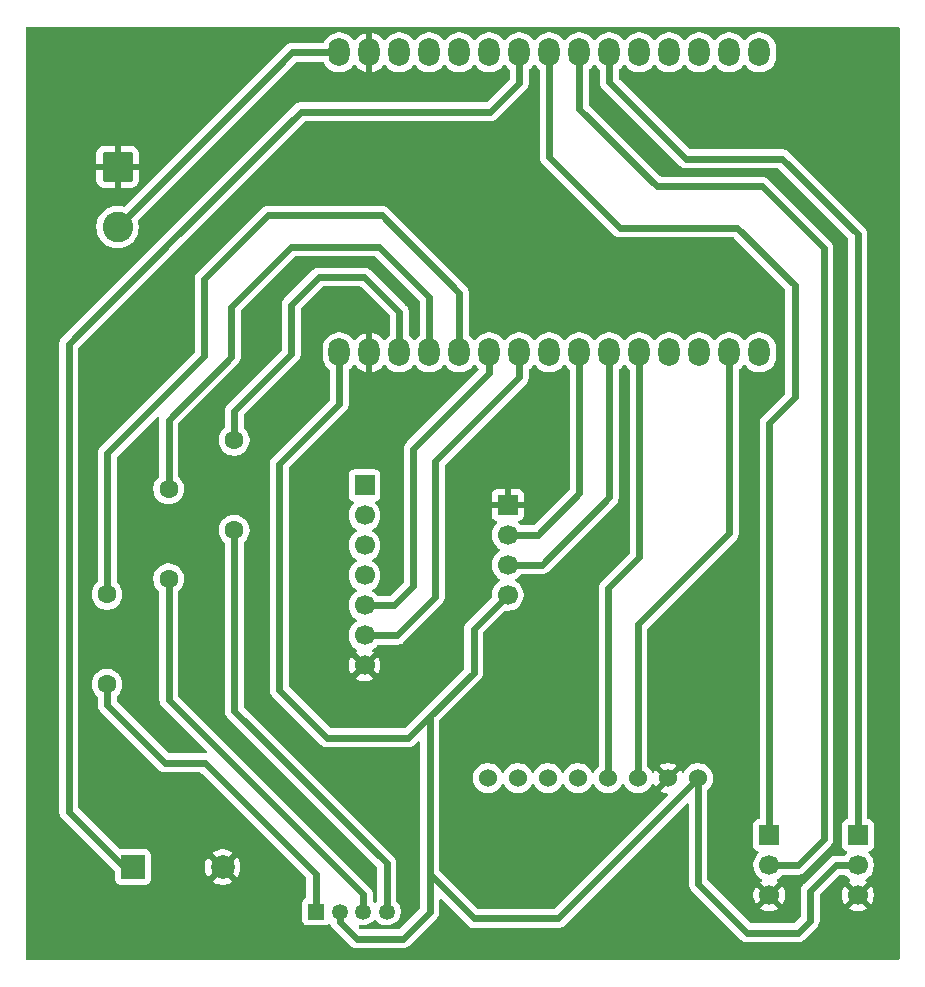
<source format=gbr>
%TF.GenerationSoftware,KiCad,Pcbnew,9.0.2*%
%TF.CreationDate,2025-12-05T19:38:36-05:00*%
%TF.ProjectId,PCB,5043422e-6b69-4636-9164-5f7063625858,rev?*%
%TF.SameCoordinates,Original*%
%TF.FileFunction,Copper,L2,Bot*%
%TF.FilePolarity,Positive*%
%FSLAX46Y46*%
G04 Gerber Fmt 4.6, Leading zero omitted, Abs format (unit mm)*
G04 Created by KiCad (PCBNEW 9.0.2) date 2025-12-05 19:38:36*
%MOMM*%
%LPD*%
G01*
G04 APERTURE LIST*
G04 Aperture macros list*
%AMRoundRect*
0 Rectangle with rounded corners*
0 $1 Rounding radius*
0 $2 $3 $4 $5 $6 $7 $8 $9 X,Y pos of 4 corners*
0 Add a 4 corners polygon primitive as box body*
4,1,4,$2,$3,$4,$5,$6,$7,$8,$9,$2,$3,0*
0 Add four circle primitives for the rounded corners*
1,1,$1+$1,$2,$3*
1,1,$1+$1,$4,$5*
1,1,$1+$1,$6,$7*
1,1,$1+$1,$8,$9*
0 Add four rect primitives between the rounded corners*
20,1,$1+$1,$2,$3,$4,$5,0*
20,1,$1+$1,$4,$5,$6,$7,0*
20,1,$1+$1,$6,$7,$8,$9,0*
20,1,$1+$1,$8,$9,$2,$3,0*%
G04 Aperture macros list end*
%TA.AperFunction,ComponentPad*%
%ADD10C,1.600000*%
%TD*%
%TA.AperFunction,ComponentPad*%
%ADD11C,1.700000*%
%TD*%
%TA.AperFunction,ComponentPad*%
%ADD12R,1.700000X1.700000*%
%TD*%
%TA.AperFunction,ComponentPad*%
%ADD13C,1.524000*%
%TD*%
%TA.AperFunction,ComponentPad*%
%ADD14O,1.800000X2.400000*%
%TD*%
%TA.AperFunction,ComponentPad*%
%ADD15C,2.000000*%
%TD*%
%TA.AperFunction,ComponentPad*%
%ADD16R,2.000000X2.000000*%
%TD*%
%TA.AperFunction,ComponentPad*%
%ADD17C,1.350000*%
%TD*%
%TA.AperFunction,ComponentPad*%
%ADD18R,1.350000X1.350000*%
%TD*%
%TA.AperFunction,ComponentPad*%
%ADD19C,2.600000*%
%TD*%
%TA.AperFunction,ComponentPad*%
%ADD20RoundRect,0.250000X-1.050000X1.050000X-1.050000X-1.050000X1.050000X-1.050000X1.050000X1.050000X0*%
%TD*%
%TA.AperFunction,Conductor*%
%ADD21C,0.600000*%
%TD*%
G04 APERTURE END LIST*
D10*
%TO.P,REF\u002A\u002A,1*%
%TO.N,15*%
X68260000Y-79400000D03*
%TO.P,REF\u002A\u002A,2*%
%TO.N,5.5*%
X68260000Y-87020000D03*
%TD*%
%TO.P,REF\u002A\u002A,1*%
%TO.N,2*%
X62710000Y-83510000D03*
%TO.P,REF\u002A\u002A,2*%
%TO.N,4.5*%
X62710000Y-91130000D03*
%TD*%
%TO.P,REF\u002A\u002A,1*%
%TO.N,4*%
X57500000Y-92450000D03*
%TO.P,REF\u002A\u002A,2*%
%TO.N,3.5*%
X57500000Y-100070000D03*
%TD*%
D11*
%TO.P,REF\u002A\u002A,GND*%
%TO.N,GND*%
X121070000Y-117920000D03*
%TO.P,REF\u002A\u002A,VCC*%
%TO.N,3V3*%
X121070000Y-115380000D03*
D12*
%TO.P,REF\u002A\u002A,SD*%
%TO.N,32*%
X121070000Y-112840000D03*
%TD*%
D11*
%TO.P,REF\u002A\u002A,L/R*%
%TO.N,GND*%
X113570000Y-117920000D03*
%TO.P,REF\u002A\u002A,WS*%
%TO.N,33*%
X113570000Y-115380000D03*
D12*
%TO.P,REF\u002A\u002A,SCK*%
%TO.N,25*%
X113570000Y-112840000D03*
%TD*%
D13*
%TO.P,REF\u002A\u002A,1*%
%TO.N,3V3*%
X107530000Y-108010000D03*
%TO.P,REF\u002A\u002A,2*%
%TO.N,GND*%
X104990000Y-108010000D03*
%TO.P,REF\u002A\u002A,3*%
%TO.N,22*%
X102450000Y-108010000D03*
%TO.P,REF\u002A\u002A,4*%
%TO.N,21*%
X99910000Y-108010000D03*
%TO.P,REF\u002A\u002A,5*%
%TO.N,N/C*%
X97370000Y-108010000D03*
%TO.P,REF\u002A\u002A,6*%
X94830000Y-108010000D03*
%TO.P,REF\u002A\u002A,7*%
X92290000Y-108010000D03*
%TO.P,REF\u002A\u002A,8*%
X89750000Y-108010000D03*
%TD*%
D14*
%TO.P,REF\u002A\u002A,30*%
%TO.N,5V*%
X77170000Y-46560000D03*
%TO.P,REF\u002A\u002A,29*%
%TO.N,GND*%
X79710000Y-46560000D03*
%TO.P,REF\u002A\u002A,28*%
%TO.N,1*%
X82250000Y-46560000D03*
%TO.P,REF\u002A\u002A,27*%
%TO.N,N/C*%
X84790000Y-46560000D03*
%TO.P,REF\u002A\u002A,26*%
X87330000Y-46560000D03*
%TO.P,REF\u002A\u002A,25*%
X89870000Y-46560000D03*
%TO.P,REF\u002A\u002A,24*%
%TO.N,26*%
X92410000Y-46560000D03*
%TO.P,REF\u002A\u002A,2*%
%TO.N,25*%
X94950000Y-46560000D03*
%TO.P,REF\u002A\u002A,22*%
%TO.N,33*%
X97490000Y-46560000D03*
%TO.P,REF\u002A\u002A,21*%
%TO.N,32*%
X100030000Y-46560000D03*
%TO.P,REF\u002A\u002A,20*%
%TO.N,N/C*%
X102570000Y-46560000D03*
%TO.P,REF\u002A\u002A,19*%
X105110000Y-46560000D03*
%TO.P,REF\u002A\u002A,18*%
X107650000Y-46560000D03*
%TO.P,REF\u002A\u002A,17*%
X110190000Y-46560000D03*
%TO.P,REF\u002A\u002A,16*%
X112730000Y-46560000D03*
%TO.P,REF\u002A\u002A,15*%
%TO.N,7*%
X112730000Y-71960000D03*
%TO.P,REF\u002A\u002A,14*%
%TO.N,22*%
X110190000Y-71960000D03*
%TO.P,REF\u002A\u002A,13*%
%TO.N,9*%
X107650000Y-71960000D03*
%TO.P,REF\u002A\u002A,12*%
%TO.N,10*%
X105110000Y-71960000D03*
%TO.P,REF\u002A\u002A,11*%
%TO.N,21*%
X102570000Y-71960000D03*
%TO.P,REF\u002A\u002A,10*%
%TO.N,19*%
X100030000Y-71960000D03*
%TO.P,REF\u002A\u002A,9*%
%TO.N,18*%
X97490000Y-71960000D03*
%TO.P,REF\u002A\u002A,8*%
%TO.N,N/C*%
X94950000Y-71960000D03*
%TO.P,REF\u002A\u002A,7*%
%TO.N,TX2*%
X92410000Y-71960000D03*
%TO.P,REF\u002A\u002A,6*%
%TO.N,RX2*%
X89870000Y-71960000D03*
%TO.P,REF\u002A\u002A,5*%
%TO.N,4*%
X87330000Y-71960000D03*
%TO.P,REF\u002A\u002A,4*%
%TO.N,2*%
X84790000Y-71960000D03*
%TO.P,REF\u002A\u002A,3*%
%TO.N,15*%
X82250000Y-71960000D03*
%TO.P,REF\u002A\u002A,2*%
%TO.N,GND*%
X79710000Y-71960000D03*
%TO.P,REF\u002A\u002A,1*%
%TO.N,3V3*%
X77170000Y-71960000D03*
%TD*%
D15*
%TO.P,REF\u002A\u002A,2*%
%TO.N,GND*%
X67290000Y-115540000D03*
D16*
%TO.P,REF\u002A\u002A,1*%
%TO.N,26*%
X59690000Y-115540000D03*
%TD*%
D17*
%TO.P,REF\u002A\u002A,4*%
%TO.N,5.5*%
X81180000Y-119300000D03*
%TO.P,REF\u002A\u002A,3*%
%TO.N,4.5*%
X79180000Y-119300000D03*
%TO.P,REF\u002A\u002A,2*%
%TO.N,3V3*%
X77180000Y-119300000D03*
D18*
%TO.P,REF\u002A\u002A,1*%
%TO.N,3.5*%
X75180000Y-119300000D03*
%TD*%
D19*
%TO.P,REF\u002A\u002A,2*%
%TO.N,5V*%
X58390000Y-61340000D03*
D20*
%TO.P,REF\u002A\u002A,1*%
%TO.N,GND*%
X58390000Y-56260000D03*
%TD*%
D12*
%TO.P,REF\u002A\u002A,1*%
%TO.N,N/C*%
X79300000Y-83220000D03*
D11*
%TO.P,REF\u002A\u002A,2*%
X79300000Y-85760000D03*
%TO.P,REF\u002A\u002A,3*%
X79300000Y-88300000D03*
%TO.P,REF\u002A\u002A,4*%
%TO.N,14*%
X79300000Y-90840000D03*
%TO.P,REF\u002A\u002A,RX2*%
%TO.N,RX2*%
X79300000Y-93380000D03*
%TO.P,REF\u002A\u002A,6*%
%TO.N,TX2*%
X79300000Y-95920000D03*
%TO.P,REF\u002A\u002A,7*%
%TO.N,GND*%
X79300000Y-98460000D03*
%TD*%
D12*
%TO.P,REF\u002A\u002A,1*%
%TO.N,GND*%
X91420000Y-84870000D03*
D11*
%TO.P,REF\u002A\u002A,2*%
%TO.N,18*%
X91420000Y-87410000D03*
%TO.P,REF\u002A\u002A,3*%
%TO.N,19*%
X91420000Y-89950000D03*
%TO.P,REF\u002A\u002A,4*%
%TO.N,3V3*%
X91420000Y-92490000D03*
%TD*%
D21*
%TO.N,3V3*%
X77180000Y-120150000D02*
X77180000Y-119300000D01*
X82530000Y-121610000D02*
X78640000Y-121610000D01*
X84815000Y-119325000D02*
X82530000Y-121610000D01*
X78640000Y-121610000D02*
X77180000Y-120150000D01*
X84815000Y-116130000D02*
X84815000Y-119325000D01*
X86362500Y-117677500D02*
X84815000Y-116130000D01*
X88575000Y-119890000D02*
X86362500Y-117677500D01*
X95650000Y-119890000D02*
X88575000Y-119890000D01*
X107530000Y-108010000D02*
X95650000Y-119890000D01*
%TO.N,26*%
X58950000Y-115540000D02*
X59690000Y-115540000D01*
X62950000Y-62550000D02*
X54250000Y-71250000D01*
X54250000Y-110840000D02*
X58950000Y-115540000D01*
X62950000Y-62540000D02*
X62950000Y-62550000D01*
X73900000Y-51590000D02*
X62950000Y-62540000D01*
X89950000Y-51590000D02*
X73900000Y-51590000D01*
X54250000Y-71250000D02*
X54250000Y-110840000D01*
X92410000Y-49130000D02*
X89950000Y-51590000D01*
X92410000Y-46560000D02*
X92410000Y-49130000D01*
%TO.N,15*%
X82250000Y-68540000D02*
X82250000Y-71960000D01*
X79290000Y-65580000D02*
X82250000Y-68540000D01*
X75420000Y-65580000D02*
X79290000Y-65580000D01*
X73080000Y-67920000D02*
X75420000Y-65580000D01*
X73080000Y-72120000D02*
X73080000Y-67920000D01*
X68260000Y-76940000D02*
X73080000Y-72120000D01*
X68260000Y-79400000D02*
X68260000Y-76940000D01*
%TO.N,2*%
X84790000Y-67290000D02*
X84790000Y-71960000D01*
X80500000Y-63000000D02*
X84790000Y-67290000D01*
X73080000Y-63000000D02*
X80500000Y-63000000D01*
X68000000Y-68080000D02*
X73080000Y-63000000D01*
X68000000Y-72360000D02*
X68000000Y-68080000D01*
X62710000Y-77650000D02*
X68000000Y-72360000D01*
X62710000Y-83510000D02*
X62710000Y-77650000D01*
%TO.N,4*%
X71140000Y-60340000D02*
X80750000Y-60340000D01*
X65740000Y-65740000D02*
X71140000Y-60340000D01*
X80750000Y-60340000D02*
X87330000Y-66920000D01*
X65740000Y-72280000D02*
X65740000Y-65740000D01*
X57500000Y-80520000D02*
X65740000Y-72280000D01*
X87330000Y-66920000D02*
X87330000Y-71960000D01*
X57500000Y-92450000D02*
X57500000Y-80520000D01*
%TO.N,5.5*%
X68260000Y-102310000D02*
X68260000Y-87020000D01*
X81180000Y-115230000D02*
X68260000Y-102310000D01*
X81180000Y-119300000D02*
X81180000Y-115230000D01*
%TO.N,4.5*%
X62710000Y-101350000D02*
X62710000Y-91130000D01*
X79180000Y-117820000D02*
X62710000Y-101350000D01*
X79180000Y-119300000D02*
X79180000Y-117820000D01*
%TO.N,3.5*%
X62400000Y-106710000D02*
X57500000Y-101810000D01*
X65770000Y-106710000D02*
X62400000Y-106710000D01*
X75180000Y-116120000D02*
X65770000Y-106710000D01*
X57500000Y-101810000D02*
X57500000Y-100070000D01*
X75180000Y-119300000D02*
X75180000Y-116120000D01*
%TO.N,5V*%
X73170000Y-46560000D02*
X77170000Y-46560000D01*
X58390000Y-61340000D02*
X73170000Y-46560000D01*
%TO.N,25*%
X94950000Y-55440000D02*
X94950000Y-46560000D01*
X100920000Y-61410000D02*
X94950000Y-55440000D01*
X110870000Y-61410000D02*
X100920000Y-61410000D01*
X115730000Y-66270000D02*
X110870000Y-61410000D01*
X115730000Y-75760000D02*
X115730000Y-66270000D01*
X113570000Y-77920000D02*
X115730000Y-75760000D01*
X113570000Y-112840000D02*
X113570000Y-77920000D01*
%TO.N,33*%
X104050000Y-57880000D02*
X97490000Y-51320000D01*
X112920000Y-57880000D02*
X104050000Y-57880000D01*
X97490000Y-51320000D02*
X97490000Y-46560000D01*
X118190000Y-63150000D02*
X112920000Y-57880000D01*
X118190000Y-113160000D02*
X118190000Y-63150000D01*
X115970000Y-115380000D02*
X118190000Y-113160000D01*
X113570000Y-115380000D02*
X115970000Y-115380000D01*
%TO.N,32*%
X121070000Y-61970000D02*
X121070000Y-112840000D01*
X114660000Y-55560000D02*
X121070000Y-61970000D01*
X106520000Y-55560000D02*
X114660000Y-55560000D01*
X100030000Y-49070000D02*
X106520000Y-55560000D01*
X100030000Y-46560000D02*
X100030000Y-49070000D01*
%TO.N,3V3*%
X107530000Y-116940000D02*
X107530000Y-108010000D01*
X111690000Y-121100000D02*
X107530000Y-116940000D01*
X115980000Y-121100000D02*
X111690000Y-121100000D01*
X117020000Y-120060000D02*
X115980000Y-121100000D01*
X117020000Y-117550000D02*
X117020000Y-120060000D01*
X119190000Y-115380000D02*
X117020000Y-117550000D01*
X121070000Y-115380000D02*
X119190000Y-115380000D01*
%TO.N,22*%
X110190000Y-87240000D02*
X110190000Y-71960000D01*
X102450000Y-94980000D02*
X110190000Y-87240000D01*
X102450000Y-108010000D02*
X102450000Y-94980000D01*
%TO.N,21*%
X99910000Y-91950000D02*
X102570000Y-89290000D01*
X99910000Y-108010000D02*
X99910000Y-91950000D01*
X102570000Y-89290000D02*
X102570000Y-71960000D01*
%TO.N,TX2*%
X85270000Y-92700000D02*
X85270000Y-81180000D01*
X82050000Y-95920000D02*
X85270000Y-92700000D01*
X92410000Y-74040000D02*
X92410000Y-71960000D01*
X79300000Y-95920000D02*
X82050000Y-95920000D01*
X85270000Y-81180000D02*
X92410000Y-74040000D01*
%TO.N,RX2*%
X83420000Y-80140000D02*
X89870000Y-73690000D01*
X89870000Y-73690000D02*
X89870000Y-71960000D01*
X83420000Y-91740000D02*
X83420000Y-80140000D01*
X81780000Y-93380000D02*
X83420000Y-91740000D01*
X79300000Y-93380000D02*
X81780000Y-93380000D01*
%TO.N,3V3*%
X84815000Y-102785000D02*
X88530000Y-99070000D01*
X74545000Y-102995000D02*
X76140000Y-104590000D01*
X88530000Y-99070000D02*
X88530000Y-95380000D01*
X83010000Y-104590000D02*
X84815000Y-102785000D01*
X76140000Y-104590000D02*
X83010000Y-104590000D01*
X88530000Y-95380000D02*
X91420000Y-92490000D01*
X72090000Y-81400000D02*
X72090000Y-100540000D01*
X72090000Y-100540000D02*
X74545000Y-102995000D01*
%TO.N,19*%
X94300000Y-89950000D02*
X91420000Y-89950000D01*
X100030000Y-84220000D02*
X94300000Y-89950000D01*
%TO.N,3V3*%
X77170000Y-76320000D02*
X72090000Y-81400000D01*
%TO.N,19*%
X100030000Y-71960000D02*
X100030000Y-84220000D01*
%TO.N,18*%
X93980000Y-87410000D02*
X91420000Y-87410000D01*
%TO.N,3V3*%
X77170000Y-71960000D02*
X77170000Y-76320000D01*
%TO.N,18*%
X97490000Y-71960000D02*
X97490000Y-83900000D01*
X97490000Y-83900000D02*
X93980000Y-87410000D01*
%TO.N,3V3*%
X84815000Y-116130000D02*
X84815000Y-102785000D01*
%TD*%
%TA.AperFunction,Conductor*%
%TO.N,GND*%
G36*
X101386420Y-73016705D02*
G01*
X101400318Y-73032745D01*
X101501752Y-73172358D01*
X101501756Y-73172363D01*
X101657638Y-73328245D01*
X101718384Y-73372378D01*
X101761050Y-73427707D01*
X101769500Y-73472697D01*
X101769500Y-88907060D01*
X101749815Y-88974099D01*
X101733181Y-88994741D01*
X99399711Y-91328211D01*
X99370862Y-91357060D01*
X99288209Y-91439712D01*
X99200609Y-91570814D01*
X99200602Y-91570827D01*
X99140264Y-91716498D01*
X99140261Y-91716510D01*
X99109500Y-91871153D01*
X99109500Y-106973693D01*
X99089815Y-107040732D01*
X99073181Y-107061374D01*
X98947021Y-107187533D01*
X98830213Y-107348305D01*
X98750485Y-107504780D01*
X98702510Y-107555576D01*
X98634689Y-107572371D01*
X98568554Y-107549833D01*
X98529515Y-107504780D01*
X98486006Y-107419390D01*
X98449787Y-107348306D01*
X98332981Y-107187536D01*
X98192464Y-107047019D01*
X98031694Y-106930213D01*
X97854632Y-106839994D01*
X97854629Y-106839993D01*
X97665637Y-106778587D01*
X97567498Y-106763043D01*
X97469361Y-106747500D01*
X97270639Y-106747500D01*
X97205214Y-106757862D01*
X97074362Y-106778587D01*
X96885370Y-106839993D01*
X96885367Y-106839994D01*
X96708305Y-106930213D01*
X96547533Y-107047021D01*
X96407021Y-107187533D01*
X96290213Y-107348305D01*
X96210485Y-107504780D01*
X96162510Y-107555576D01*
X96094689Y-107572371D01*
X96028554Y-107549833D01*
X95989515Y-107504780D01*
X95946006Y-107419390D01*
X95909787Y-107348306D01*
X95792981Y-107187536D01*
X95652464Y-107047019D01*
X95491694Y-106930213D01*
X95314632Y-106839994D01*
X95314629Y-106839993D01*
X95125637Y-106778587D01*
X95027498Y-106763043D01*
X94929361Y-106747500D01*
X94730639Y-106747500D01*
X94665214Y-106757862D01*
X94534362Y-106778587D01*
X94345370Y-106839993D01*
X94345367Y-106839994D01*
X94168305Y-106930213D01*
X94007533Y-107047021D01*
X93867021Y-107187533D01*
X93750213Y-107348305D01*
X93670485Y-107504780D01*
X93622510Y-107555576D01*
X93554689Y-107572371D01*
X93488554Y-107549833D01*
X93449515Y-107504780D01*
X93406006Y-107419390D01*
X93369787Y-107348306D01*
X93252981Y-107187536D01*
X93112464Y-107047019D01*
X92951694Y-106930213D01*
X92774632Y-106839994D01*
X92774629Y-106839993D01*
X92585637Y-106778587D01*
X92487498Y-106763043D01*
X92389361Y-106747500D01*
X92190639Y-106747500D01*
X92125214Y-106757862D01*
X91994362Y-106778587D01*
X91805370Y-106839993D01*
X91805367Y-106839994D01*
X91628305Y-106930213D01*
X91467533Y-107047021D01*
X91327021Y-107187533D01*
X91210213Y-107348305D01*
X91130485Y-107504780D01*
X91082510Y-107555576D01*
X91014689Y-107572371D01*
X90948554Y-107549833D01*
X90909515Y-107504780D01*
X90866006Y-107419390D01*
X90829787Y-107348306D01*
X90712981Y-107187536D01*
X90572464Y-107047019D01*
X90411694Y-106930213D01*
X90234632Y-106839994D01*
X90234629Y-106839993D01*
X90045637Y-106778587D01*
X89947498Y-106763043D01*
X89849361Y-106747500D01*
X89650639Y-106747500D01*
X89585214Y-106757862D01*
X89454362Y-106778587D01*
X89265370Y-106839993D01*
X89265367Y-106839994D01*
X89088305Y-106930213D01*
X88927533Y-107047021D01*
X88787021Y-107187533D01*
X88670213Y-107348305D01*
X88579994Y-107525367D01*
X88579993Y-107525370D01*
X88518587Y-107714362D01*
X88487500Y-107910639D01*
X88487500Y-108109360D01*
X88518587Y-108305637D01*
X88579993Y-108494629D01*
X88579994Y-108494632D01*
X88670080Y-108671432D01*
X88670213Y-108671694D01*
X88787019Y-108832464D01*
X88927536Y-108972981D01*
X89088306Y-109089787D01*
X89175149Y-109134035D01*
X89265367Y-109180005D01*
X89265370Y-109180006D01*
X89359866Y-109210709D01*
X89454364Y-109241413D01*
X89650639Y-109272500D01*
X89650640Y-109272500D01*
X89849360Y-109272500D01*
X89849361Y-109272500D01*
X90045636Y-109241413D01*
X90234632Y-109180005D01*
X90411694Y-109089787D01*
X90572464Y-108972981D01*
X90712981Y-108832464D01*
X90829787Y-108671694D01*
X90909515Y-108515218D01*
X90957490Y-108464423D01*
X91025311Y-108447628D01*
X91091446Y-108470165D01*
X91130484Y-108515218D01*
X91210213Y-108671694D01*
X91327019Y-108832464D01*
X91467536Y-108972981D01*
X91628306Y-109089787D01*
X91715149Y-109134035D01*
X91805367Y-109180005D01*
X91805370Y-109180006D01*
X91899866Y-109210709D01*
X91994364Y-109241413D01*
X92190639Y-109272500D01*
X92190640Y-109272500D01*
X92389360Y-109272500D01*
X92389361Y-109272500D01*
X92585636Y-109241413D01*
X92774632Y-109180005D01*
X92951694Y-109089787D01*
X93112464Y-108972981D01*
X93252981Y-108832464D01*
X93369787Y-108671694D01*
X93449515Y-108515218D01*
X93497490Y-108464423D01*
X93565311Y-108447628D01*
X93631446Y-108470165D01*
X93670484Y-108515218D01*
X93750213Y-108671694D01*
X93867019Y-108832464D01*
X94007536Y-108972981D01*
X94168306Y-109089787D01*
X94255149Y-109134035D01*
X94345367Y-109180005D01*
X94345370Y-109180006D01*
X94439866Y-109210709D01*
X94534364Y-109241413D01*
X94730639Y-109272500D01*
X94730640Y-109272500D01*
X94929360Y-109272500D01*
X94929361Y-109272500D01*
X95125636Y-109241413D01*
X95314632Y-109180005D01*
X95491694Y-109089787D01*
X95652464Y-108972981D01*
X95792981Y-108832464D01*
X95909787Y-108671694D01*
X95989515Y-108515218D01*
X96037490Y-108464423D01*
X96105311Y-108447628D01*
X96171446Y-108470165D01*
X96210484Y-108515218D01*
X96290213Y-108671694D01*
X96407019Y-108832464D01*
X96547536Y-108972981D01*
X96708306Y-109089787D01*
X96795149Y-109134035D01*
X96885367Y-109180005D01*
X96885370Y-109180006D01*
X96979866Y-109210709D01*
X97074364Y-109241413D01*
X97270639Y-109272500D01*
X97270640Y-109272500D01*
X97469360Y-109272500D01*
X97469361Y-109272500D01*
X97665636Y-109241413D01*
X97854632Y-109180005D01*
X98031694Y-109089787D01*
X98192464Y-108972981D01*
X98332981Y-108832464D01*
X98449787Y-108671694D01*
X98529515Y-108515218D01*
X98577490Y-108464423D01*
X98645311Y-108447628D01*
X98711446Y-108470165D01*
X98750484Y-108515218D01*
X98830213Y-108671694D01*
X98947019Y-108832464D01*
X99087536Y-108972981D01*
X99248306Y-109089787D01*
X99335149Y-109134035D01*
X99425367Y-109180005D01*
X99425370Y-109180006D01*
X99519866Y-109210709D01*
X99614364Y-109241413D01*
X99810639Y-109272500D01*
X99810640Y-109272500D01*
X100009360Y-109272500D01*
X100009361Y-109272500D01*
X100205636Y-109241413D01*
X100394632Y-109180005D01*
X100571694Y-109089787D01*
X100732464Y-108972981D01*
X100872981Y-108832464D01*
X100989787Y-108671694D01*
X101069515Y-108515218D01*
X101117490Y-108464423D01*
X101185311Y-108447628D01*
X101251446Y-108470165D01*
X101290484Y-108515218D01*
X101370213Y-108671694D01*
X101487019Y-108832464D01*
X101627536Y-108972981D01*
X101788306Y-109089787D01*
X101875149Y-109134035D01*
X101965367Y-109180005D01*
X101965370Y-109180006D01*
X102059866Y-109210709D01*
X102154364Y-109241413D01*
X102350639Y-109272500D01*
X102350640Y-109272500D01*
X102549360Y-109272500D01*
X102549361Y-109272500D01*
X102745636Y-109241413D01*
X102934632Y-109180005D01*
X103111694Y-109089787D01*
X103272464Y-108972981D01*
X103412981Y-108832464D01*
X103529787Y-108671694D01*
X103609796Y-108514667D01*
X103657769Y-108463872D01*
X103725590Y-108447077D01*
X103791725Y-108469614D01*
X103830765Y-108514668D01*
X103910641Y-108671432D01*
X103937730Y-108708715D01*
X103937731Y-108708716D01*
X104609000Y-108037447D01*
X104609000Y-108060160D01*
X104634964Y-108157061D01*
X104685124Y-108243940D01*
X104756060Y-108314876D01*
X104842939Y-108365036D01*
X104939840Y-108391000D01*
X104962553Y-108391000D01*
X104291283Y-109062268D01*
X104291283Y-109062269D01*
X104328567Y-109089358D01*
X104505562Y-109179542D01*
X104694477Y-109240924D01*
X104862021Y-109267461D01*
X104925156Y-109297390D01*
X104962087Y-109356702D01*
X104961089Y-109426564D01*
X104930304Y-109477615D01*
X95354741Y-119053181D01*
X95293418Y-119086666D01*
X95267060Y-119089500D01*
X88957940Y-119089500D01*
X88890901Y-119069815D01*
X88870259Y-119053181D01*
X85651819Y-115834741D01*
X85618334Y-115773418D01*
X85615500Y-115747060D01*
X85615500Y-103167940D01*
X85635185Y-103100901D01*
X85651819Y-103080259D01*
X87305018Y-101427060D01*
X89151788Y-99580290D01*
X89158142Y-99570781D01*
X89239394Y-99449179D01*
X89299737Y-99303497D01*
X89299737Y-99303494D01*
X89299739Y-99303490D01*
X89306500Y-99269501D01*
X89330499Y-99148846D01*
X89330500Y-99148844D01*
X89330500Y-95762939D01*
X89350185Y-95695900D01*
X89366814Y-95675263D01*
X91172235Y-93869841D01*
X91233556Y-93836358D01*
X91279311Y-93835051D01*
X91313713Y-93840500D01*
X91313714Y-93840500D01*
X91526286Y-93840500D01*
X91526287Y-93840500D01*
X91736243Y-93807246D01*
X91938412Y-93741557D01*
X92127816Y-93645051D01*
X92241736Y-93562284D01*
X92299786Y-93520109D01*
X92299788Y-93520106D01*
X92299792Y-93520104D01*
X92450104Y-93369792D01*
X92450106Y-93369788D01*
X92450109Y-93369786D01*
X92575048Y-93197820D01*
X92575047Y-93197820D01*
X92575051Y-93197816D01*
X92671557Y-93008412D01*
X92737246Y-92806243D01*
X92770500Y-92596287D01*
X92770500Y-92383713D01*
X92737246Y-92173757D01*
X92671557Y-91971588D01*
X92575051Y-91782184D01*
X92575049Y-91782181D01*
X92575048Y-91782179D01*
X92450109Y-91610213D01*
X92299786Y-91459890D01*
X92127820Y-91334951D01*
X92127115Y-91334591D01*
X92119054Y-91330485D01*
X92068259Y-91282512D01*
X92051463Y-91214692D01*
X92073999Y-91148556D01*
X92119054Y-91109515D01*
X92127816Y-91105051D01*
X92234353Y-91027648D01*
X92299786Y-90980109D01*
X92299788Y-90980106D01*
X92299792Y-90980104D01*
X92450104Y-90829792D01*
X92470577Y-90801613D01*
X92525906Y-90758949D01*
X92570894Y-90750500D01*
X94378844Y-90750500D01*
X94378845Y-90750499D01*
X94533497Y-90719737D01*
X94679179Y-90659394D01*
X94810289Y-90571789D01*
X100651789Y-84730289D01*
X100739394Y-84599179D01*
X100799738Y-84453497D01*
X100830500Y-84298842D01*
X100830500Y-84141157D01*
X100830500Y-73472697D01*
X100850185Y-73405658D01*
X100881616Y-73372378D01*
X100942361Y-73328245D01*
X100942361Y-73328244D01*
X100942365Y-73328242D01*
X101098242Y-73172365D01*
X101108804Y-73157826D01*
X101199682Y-73032745D01*
X101255011Y-72990079D01*
X101324625Y-72984100D01*
X101386420Y-73016705D01*
G37*
%TD.AperFunction*%
%TA.AperFunction,Conductor*%
G36*
X79960000Y-73637854D02*
G01*
X80037834Y-73625526D01*
X80037837Y-73625526D01*
X80247410Y-73557432D01*
X80443760Y-73457386D01*
X80622041Y-73327857D01*
X80777857Y-73172041D01*
X80777862Y-73172035D01*
X80879372Y-73032319D01*
X80934702Y-72989653D01*
X81004315Y-72983674D01*
X81066110Y-73016279D01*
X81080008Y-73032319D01*
X81181752Y-73172358D01*
X81181756Y-73172363D01*
X81337636Y-73328243D01*
X81337641Y-73328247D01*
X81474538Y-73427707D01*
X81515978Y-73457815D01*
X81644375Y-73523237D01*
X81712393Y-73557895D01*
X81712396Y-73557896D01*
X81817221Y-73591955D01*
X81922049Y-73626015D01*
X82139778Y-73660500D01*
X82139779Y-73660500D01*
X82360221Y-73660500D01*
X82360222Y-73660500D01*
X82577951Y-73626015D01*
X82787606Y-73557895D01*
X82984022Y-73457815D01*
X83162365Y-73328242D01*
X83318242Y-73172365D01*
X83328804Y-73157826D01*
X83419682Y-73032745D01*
X83475011Y-72990079D01*
X83544625Y-72984100D01*
X83606420Y-73016705D01*
X83620318Y-73032745D01*
X83721752Y-73172358D01*
X83721756Y-73172363D01*
X83877636Y-73328243D01*
X83877641Y-73328247D01*
X84014538Y-73427707D01*
X84055978Y-73457815D01*
X84184375Y-73523237D01*
X84252393Y-73557895D01*
X84252396Y-73557896D01*
X84357221Y-73591955D01*
X84462049Y-73626015D01*
X84679778Y-73660500D01*
X84679779Y-73660500D01*
X84900221Y-73660500D01*
X84900222Y-73660500D01*
X85117951Y-73626015D01*
X85327606Y-73557895D01*
X85524022Y-73457815D01*
X85702365Y-73328242D01*
X85858242Y-73172365D01*
X85868804Y-73157826D01*
X85959682Y-73032745D01*
X86015011Y-72990079D01*
X86084625Y-72984100D01*
X86146420Y-73016705D01*
X86160318Y-73032745D01*
X86261752Y-73172358D01*
X86261756Y-73172363D01*
X86417636Y-73328243D01*
X86417641Y-73328247D01*
X86554538Y-73427707D01*
X86595978Y-73457815D01*
X86724375Y-73523237D01*
X86792393Y-73557895D01*
X86792396Y-73557896D01*
X86897221Y-73591955D01*
X87002049Y-73626015D01*
X87219778Y-73660500D01*
X87219779Y-73660500D01*
X87440221Y-73660500D01*
X87440222Y-73660500D01*
X87657951Y-73626015D01*
X87867606Y-73557895D01*
X88064022Y-73457815D01*
X88242365Y-73328242D01*
X88398242Y-73172365D01*
X88408804Y-73157826D01*
X88499682Y-73032745D01*
X88555011Y-72990079D01*
X88624625Y-72984100D01*
X88686420Y-73016705D01*
X88700318Y-73032745D01*
X88801752Y-73172358D01*
X88801756Y-73172363D01*
X88940976Y-73311583D01*
X88974461Y-73372906D01*
X88969477Y-73442598D01*
X88940975Y-73486945D01*
X82909711Y-79518211D01*
X82853960Y-79573962D01*
X82798209Y-79629712D01*
X82710609Y-79760814D01*
X82710602Y-79760827D01*
X82650264Y-79906498D01*
X82650261Y-79906510D01*
X82619500Y-80061153D01*
X82619500Y-91357060D01*
X82599815Y-91424099D01*
X82583181Y-91444741D01*
X81484741Y-92543181D01*
X81423418Y-92576666D01*
X81397060Y-92579500D01*
X80450894Y-92579500D01*
X80383855Y-92559815D01*
X80350577Y-92528387D01*
X80330104Y-92500208D01*
X80179792Y-92349896D01*
X80179786Y-92349890D01*
X80007820Y-92224951D01*
X80007115Y-92224591D01*
X79999054Y-92220485D01*
X79948259Y-92172512D01*
X79931463Y-92104692D01*
X79953999Y-92038556D01*
X79999054Y-91999515D01*
X80007816Y-91995051D01*
X80068756Y-91950776D01*
X80179786Y-91870109D01*
X80179788Y-91870106D01*
X80179792Y-91870104D01*
X80330104Y-91719792D01*
X80330106Y-91719788D01*
X80330109Y-91719786D01*
X80455048Y-91547820D01*
X80455047Y-91547820D01*
X80455051Y-91547816D01*
X80551557Y-91358412D01*
X80617246Y-91156243D01*
X80650500Y-90946287D01*
X80650500Y-90733713D01*
X80617246Y-90523757D01*
X80551557Y-90321588D01*
X80455051Y-90132184D01*
X80455049Y-90132181D01*
X80455048Y-90132179D01*
X80330109Y-89960213D01*
X80179786Y-89809890D01*
X80007820Y-89684951D01*
X80007115Y-89684591D01*
X79999054Y-89680485D01*
X79948259Y-89632512D01*
X79931463Y-89564692D01*
X79953999Y-89498556D01*
X79999054Y-89459515D01*
X80007816Y-89455051D01*
X80126471Y-89368844D01*
X80179786Y-89330109D01*
X80179788Y-89330106D01*
X80179792Y-89330104D01*
X80330104Y-89179792D01*
X80330106Y-89179788D01*
X80330109Y-89179786D01*
X80455048Y-89007820D01*
X80455047Y-89007820D01*
X80455051Y-89007816D01*
X80551557Y-88818412D01*
X80617246Y-88616243D01*
X80650500Y-88406287D01*
X80650500Y-88193713D01*
X80617246Y-87983757D01*
X80551557Y-87781588D01*
X80455051Y-87592184D01*
X80455049Y-87592181D01*
X80455048Y-87592179D01*
X80330109Y-87420213D01*
X80179786Y-87269890D01*
X80007820Y-87144951D01*
X80007115Y-87144591D01*
X79999054Y-87140485D01*
X79948259Y-87092512D01*
X79931463Y-87024692D01*
X79953999Y-86958556D01*
X79999054Y-86919515D01*
X80007816Y-86915051D01*
X80040114Y-86891585D01*
X80179786Y-86790109D01*
X80179788Y-86790106D01*
X80179792Y-86790104D01*
X80330104Y-86639792D01*
X80330106Y-86639788D01*
X80330109Y-86639786D01*
X80455048Y-86467820D01*
X80455047Y-86467820D01*
X80455051Y-86467816D01*
X80551557Y-86278412D01*
X80617246Y-86076243D01*
X80650500Y-85866287D01*
X80650500Y-85653713D01*
X80617246Y-85443757D01*
X80551557Y-85241588D01*
X80455051Y-85052184D01*
X80455049Y-85052181D01*
X80455048Y-85052179D01*
X80330109Y-84880213D01*
X80216569Y-84766673D01*
X80183084Y-84705350D01*
X80188068Y-84635658D01*
X80229940Y-84579725D01*
X80260915Y-84562810D01*
X80392331Y-84513796D01*
X80507546Y-84427546D01*
X80593796Y-84312331D01*
X80644091Y-84177483D01*
X80650500Y-84117873D01*
X80650499Y-82322128D01*
X80644091Y-82262517D01*
X80593796Y-82127669D01*
X80593795Y-82127668D01*
X80593793Y-82127664D01*
X80507547Y-82012455D01*
X80507544Y-82012452D01*
X80392335Y-81926206D01*
X80392328Y-81926202D01*
X80257482Y-81875908D01*
X80257483Y-81875908D01*
X80197883Y-81869501D01*
X80197881Y-81869500D01*
X80197873Y-81869500D01*
X80197864Y-81869500D01*
X78402129Y-81869500D01*
X78402123Y-81869501D01*
X78342516Y-81875908D01*
X78207671Y-81926202D01*
X78207664Y-81926206D01*
X78092455Y-82012452D01*
X78092452Y-82012455D01*
X78006206Y-82127664D01*
X78006202Y-82127671D01*
X77955908Y-82262517D01*
X77949501Y-82322116D01*
X77949501Y-82322123D01*
X77949500Y-82322135D01*
X77949500Y-84117870D01*
X77949501Y-84117876D01*
X77955908Y-84177483D01*
X78006202Y-84312328D01*
X78006206Y-84312335D01*
X78092452Y-84427544D01*
X78092455Y-84427547D01*
X78207664Y-84513793D01*
X78207671Y-84513797D01*
X78339082Y-84562810D01*
X78395016Y-84604681D01*
X78419433Y-84670145D01*
X78404582Y-84738418D01*
X78383431Y-84766673D01*
X78269889Y-84880215D01*
X78144951Y-85052179D01*
X78048444Y-85241585D01*
X77982753Y-85443760D01*
X77949500Y-85653713D01*
X77949500Y-85866287D01*
X77982754Y-86076243D01*
X78041085Y-86255767D01*
X78048444Y-86278414D01*
X78144951Y-86467820D01*
X78269890Y-86639786D01*
X78420213Y-86790109D01*
X78592182Y-86915050D01*
X78600946Y-86919516D01*
X78651742Y-86967491D01*
X78668536Y-87035312D01*
X78645998Y-87101447D01*
X78600946Y-87140484D01*
X78592182Y-87144949D01*
X78420213Y-87269890D01*
X78269890Y-87420213D01*
X78144951Y-87592179D01*
X78048444Y-87781585D01*
X77982753Y-87983760D01*
X77951714Y-88179735D01*
X77949500Y-88193713D01*
X77949500Y-88406287D01*
X77982754Y-88616243D01*
X78040819Y-88794949D01*
X78048444Y-88818414D01*
X78144951Y-89007820D01*
X78269890Y-89179786D01*
X78420213Y-89330109D01*
X78592182Y-89455050D01*
X78600946Y-89459516D01*
X78651742Y-89507491D01*
X78668536Y-89575312D01*
X78645998Y-89641447D01*
X78600946Y-89680484D01*
X78592182Y-89684949D01*
X78420213Y-89809890D01*
X78269890Y-89960213D01*
X78144951Y-90132179D01*
X78048444Y-90321585D01*
X77982753Y-90523760D01*
X77951714Y-90719735D01*
X77949500Y-90733713D01*
X77949500Y-90946287D01*
X77982754Y-91156243D01*
X78040819Y-91334949D01*
X78048444Y-91358414D01*
X78144951Y-91547820D01*
X78269890Y-91719786D01*
X78420213Y-91870109D01*
X78592182Y-91995050D01*
X78600946Y-91999516D01*
X78651742Y-92047491D01*
X78668536Y-92115312D01*
X78645998Y-92181447D01*
X78600946Y-92220484D01*
X78592182Y-92224949D01*
X78420213Y-92349890D01*
X78269890Y-92500213D01*
X78144951Y-92672179D01*
X78048444Y-92861585D01*
X77982753Y-93063760D01*
X77949500Y-93273713D01*
X77949500Y-93486286D01*
X77976256Y-93655220D01*
X77982754Y-93696243D01*
X78039160Y-93869843D01*
X78048444Y-93898414D01*
X78144951Y-94087820D01*
X78269890Y-94259786D01*
X78420213Y-94410109D01*
X78592182Y-94535050D01*
X78600946Y-94539516D01*
X78651742Y-94587491D01*
X78668536Y-94655312D01*
X78645998Y-94721447D01*
X78600946Y-94760484D01*
X78592182Y-94764949D01*
X78420213Y-94889890D01*
X78269890Y-95040213D01*
X78144951Y-95212179D01*
X78048444Y-95401585D01*
X77982753Y-95603760D01*
X77949500Y-95813713D01*
X77949500Y-96026286D01*
X77982753Y-96236239D01*
X78048444Y-96438414D01*
X78144951Y-96627820D01*
X78269890Y-96799786D01*
X78420213Y-96950109D01*
X78592179Y-97075048D01*
X78592181Y-97075049D01*
X78592184Y-97075051D01*
X78601493Y-97079794D01*
X78652290Y-97127766D01*
X78669087Y-97195587D01*
X78646552Y-97261722D01*
X78601505Y-97300760D01*
X78592446Y-97305376D01*
X78592440Y-97305380D01*
X78538282Y-97344727D01*
X78538282Y-97344728D01*
X79170591Y-97977037D01*
X79107007Y-97994075D01*
X78992993Y-98059901D01*
X78899901Y-98152993D01*
X78834075Y-98267007D01*
X78817037Y-98330591D01*
X78184728Y-97698282D01*
X78184727Y-97698282D01*
X78145380Y-97752439D01*
X78048904Y-97941782D01*
X77983242Y-98143869D01*
X77983242Y-98143872D01*
X77950000Y-98353753D01*
X77950000Y-98566246D01*
X77983242Y-98776127D01*
X77983242Y-98776130D01*
X78048904Y-98978217D01*
X78145375Y-99167550D01*
X78184728Y-99221716D01*
X78817037Y-98589408D01*
X78834075Y-98652993D01*
X78899901Y-98767007D01*
X78992993Y-98860099D01*
X79107007Y-98925925D01*
X79170590Y-98942962D01*
X78538282Y-99575269D01*
X78538282Y-99575270D01*
X78592449Y-99614624D01*
X78781782Y-99711095D01*
X78983870Y-99776757D01*
X79193754Y-99810000D01*
X79406246Y-99810000D01*
X79616127Y-99776757D01*
X79616130Y-99776757D01*
X79818217Y-99711095D01*
X80007554Y-99614622D01*
X80061716Y-99575270D01*
X80061717Y-99575270D01*
X79429408Y-98942962D01*
X79492993Y-98925925D01*
X79607007Y-98860099D01*
X79700099Y-98767007D01*
X79765925Y-98652993D01*
X79782962Y-98589408D01*
X80415270Y-99221717D01*
X80415270Y-99221716D01*
X80454622Y-99167554D01*
X80551095Y-98978217D01*
X80616757Y-98776130D01*
X80616757Y-98776127D01*
X80650000Y-98566246D01*
X80650000Y-98353753D01*
X80616757Y-98143872D01*
X80616757Y-98143869D01*
X80551095Y-97941782D01*
X80454624Y-97752449D01*
X80415270Y-97698282D01*
X80415269Y-97698282D01*
X79782962Y-98330590D01*
X79765925Y-98267007D01*
X79700099Y-98152993D01*
X79607007Y-98059901D01*
X79492993Y-97994075D01*
X79429409Y-97977037D01*
X80061716Y-97344728D01*
X80007547Y-97305373D01*
X80007547Y-97305372D01*
X79998500Y-97300763D01*
X79947706Y-97252788D01*
X79930912Y-97184966D01*
X79953451Y-97118832D01*
X79998508Y-97079793D01*
X80007816Y-97075051D01*
X80087007Y-97017515D01*
X80179786Y-96950109D01*
X80179788Y-96950106D01*
X80179792Y-96950104D01*
X80330104Y-96799792D01*
X80350577Y-96771613D01*
X80405906Y-96728949D01*
X80450894Y-96720500D01*
X82128844Y-96720500D01*
X82128845Y-96720499D01*
X82283497Y-96689737D01*
X82429179Y-96629394D01*
X82560289Y-96541789D01*
X85891789Y-93210289D01*
X85979394Y-93079179D01*
X86039738Y-92933497D01*
X86070500Y-92778842D01*
X86070500Y-92621157D01*
X86070500Y-81562940D01*
X86090185Y-81495901D01*
X86106819Y-81475259D01*
X93031786Y-74550292D01*
X93031789Y-74550289D01*
X93119394Y-74419179D01*
X93179737Y-74273497D01*
X93210500Y-74118842D01*
X93210500Y-73961157D01*
X93210500Y-73472697D01*
X93230185Y-73405658D01*
X93261616Y-73372378D01*
X93322361Y-73328245D01*
X93322361Y-73328244D01*
X93322365Y-73328242D01*
X93478242Y-73172365D01*
X93488804Y-73157826D01*
X93579682Y-73032745D01*
X93635011Y-72990079D01*
X93704625Y-72984100D01*
X93766420Y-73016705D01*
X93780318Y-73032745D01*
X93881752Y-73172358D01*
X93881756Y-73172363D01*
X94037636Y-73328243D01*
X94037641Y-73328247D01*
X94174538Y-73427707D01*
X94215978Y-73457815D01*
X94344375Y-73523237D01*
X94412393Y-73557895D01*
X94412396Y-73557896D01*
X94517221Y-73591955D01*
X94622049Y-73626015D01*
X94839778Y-73660500D01*
X94839779Y-73660500D01*
X95060221Y-73660500D01*
X95060222Y-73660500D01*
X95277951Y-73626015D01*
X95487606Y-73557895D01*
X95684022Y-73457815D01*
X95862365Y-73328242D01*
X96018242Y-73172365D01*
X96028804Y-73157826D01*
X96119682Y-73032745D01*
X96175011Y-72990079D01*
X96244625Y-72984100D01*
X96306420Y-73016705D01*
X96320318Y-73032745D01*
X96421752Y-73172358D01*
X96421756Y-73172363D01*
X96577638Y-73328245D01*
X96638384Y-73372378D01*
X96681050Y-73427707D01*
X96689500Y-73472697D01*
X96689500Y-83517060D01*
X96669815Y-83584099D01*
X96653181Y-83604741D01*
X93684741Y-86573181D01*
X93623418Y-86606666D01*
X93597060Y-86609500D01*
X92570894Y-86609500D01*
X92539603Y-86600312D01*
X92507968Y-86592347D01*
X92505813Y-86590390D01*
X92503855Y-86589815D01*
X92480415Y-86570291D01*
X92475123Y-86564644D01*
X92450104Y-86530208D01*
X92334754Y-86414858D01*
X92333383Y-86413395D01*
X92318513Y-86383929D01*
X92302696Y-86354962D01*
X92302844Y-86352880D01*
X92301905Y-86351018D01*
X92305325Y-86318200D01*
X92307680Y-86285270D01*
X92308930Y-86283599D01*
X92309147Y-86281525D01*
X92329766Y-86255767D01*
X92349552Y-86229337D01*
X92351988Y-86228006D01*
X92352811Y-86226979D01*
X92355570Y-86226050D01*
X92380529Y-86212422D01*
X92512086Y-86163354D01*
X92512093Y-86163350D01*
X92627187Y-86077190D01*
X92627190Y-86077187D01*
X92713350Y-85962093D01*
X92713354Y-85962086D01*
X92763596Y-85827379D01*
X92763598Y-85827372D01*
X92769999Y-85767844D01*
X92770000Y-85767827D01*
X92770000Y-85120000D01*
X91853012Y-85120000D01*
X91885925Y-85062993D01*
X91920000Y-84935826D01*
X91920000Y-84804174D01*
X91885925Y-84677007D01*
X91853012Y-84620000D01*
X92770000Y-84620000D01*
X92770000Y-83972172D01*
X92769999Y-83972155D01*
X92763598Y-83912627D01*
X92763596Y-83912620D01*
X92713354Y-83777913D01*
X92713350Y-83777906D01*
X92627190Y-83662812D01*
X92627187Y-83662809D01*
X92512093Y-83576649D01*
X92512086Y-83576645D01*
X92377379Y-83526403D01*
X92377372Y-83526401D01*
X92317844Y-83520000D01*
X91670000Y-83520000D01*
X91670000Y-84436988D01*
X91612993Y-84404075D01*
X91485826Y-84370000D01*
X91354174Y-84370000D01*
X91227007Y-84404075D01*
X91170000Y-84436988D01*
X91170000Y-83520000D01*
X90522155Y-83520000D01*
X90462627Y-83526401D01*
X90462620Y-83526403D01*
X90327913Y-83576645D01*
X90327906Y-83576649D01*
X90212812Y-83662809D01*
X90212809Y-83662812D01*
X90126649Y-83777906D01*
X90126645Y-83777913D01*
X90076403Y-83912620D01*
X90076401Y-83912627D01*
X90070000Y-83972155D01*
X90070000Y-84620000D01*
X90986988Y-84620000D01*
X90954075Y-84677007D01*
X90920000Y-84804174D01*
X90920000Y-84935826D01*
X90954075Y-85062993D01*
X90986988Y-85120000D01*
X90070000Y-85120000D01*
X90070000Y-85767844D01*
X90076401Y-85827372D01*
X90076403Y-85827379D01*
X90126645Y-85962086D01*
X90126649Y-85962093D01*
X90212809Y-86077187D01*
X90212812Y-86077190D01*
X90327906Y-86163350D01*
X90327913Y-86163354D01*
X90459470Y-86212422D01*
X90515404Y-86254293D01*
X90539821Y-86319758D01*
X90524969Y-86388031D01*
X90503819Y-86416285D01*
X90389889Y-86530215D01*
X90264951Y-86702179D01*
X90168444Y-86891585D01*
X90168443Y-86891587D01*
X90168443Y-86891588D01*
X90151172Y-86944741D01*
X90102753Y-87093760D01*
X90074857Y-87269890D01*
X90069500Y-87303713D01*
X90069500Y-87516287D01*
X90069965Y-87519223D01*
X90102753Y-87726239D01*
X90168444Y-87928414D01*
X90264951Y-88117820D01*
X90389890Y-88289786D01*
X90540213Y-88440109D01*
X90712182Y-88565050D01*
X90720946Y-88569516D01*
X90771742Y-88617491D01*
X90788536Y-88685312D01*
X90765998Y-88751447D01*
X90720946Y-88790484D01*
X90712182Y-88794949D01*
X90540213Y-88919890D01*
X90389890Y-89070213D01*
X90264951Y-89242179D01*
X90168444Y-89431585D01*
X90102753Y-89633760D01*
X90069500Y-89843713D01*
X90069500Y-90056286D01*
X90082447Y-90138034D01*
X90102754Y-90266243D01*
X90161937Y-90448390D01*
X90168444Y-90468414D01*
X90264951Y-90657820D01*
X90389890Y-90829786D01*
X90540213Y-90980109D01*
X90712182Y-91105050D01*
X90720946Y-91109516D01*
X90771742Y-91157491D01*
X90788536Y-91225312D01*
X90765998Y-91291447D01*
X90720946Y-91330484D01*
X90712182Y-91334949D01*
X90540213Y-91459890D01*
X90389890Y-91610213D01*
X90264951Y-91782179D01*
X90168444Y-91971585D01*
X90102753Y-92173760D01*
X90069500Y-92383713D01*
X90069500Y-92596287D01*
X90069499Y-92596287D01*
X90074948Y-92630686D01*
X90065993Y-92699979D01*
X90040156Y-92737764D01*
X88518136Y-94259786D01*
X88019711Y-94758211D01*
X87963960Y-94813962D01*
X87908209Y-94869712D01*
X87820609Y-95000814D01*
X87820602Y-95000827D01*
X87760264Y-95146498D01*
X87760261Y-95146510D01*
X87729500Y-95301153D01*
X87729500Y-98687060D01*
X87709815Y-98754099D01*
X87693181Y-98774741D01*
X82714741Y-103753181D01*
X82653418Y-103786666D01*
X82627060Y-103789500D01*
X76522940Y-103789500D01*
X76455901Y-103769815D01*
X76435259Y-103753181D01*
X75050970Y-102368891D01*
X75050947Y-102368870D01*
X72926819Y-100244741D01*
X72893334Y-100183418D01*
X72890500Y-100157060D01*
X72890500Y-81782940D01*
X72910185Y-81715901D01*
X72926819Y-81695259D01*
X77791786Y-76830292D01*
X77791789Y-76830289D01*
X77879394Y-76699179D01*
X77939737Y-76553497D01*
X77970500Y-76398842D01*
X77970500Y-76241158D01*
X77970500Y-73472697D01*
X77990185Y-73405658D01*
X78021616Y-73372378D01*
X78082361Y-73328245D01*
X78082361Y-73328244D01*
X78082365Y-73328242D01*
X78238242Y-73172365D01*
X78339991Y-73032317D01*
X78395320Y-72989653D01*
X78464933Y-72983674D01*
X78526729Y-73016279D01*
X78540627Y-73032318D01*
X78642142Y-73172041D01*
X78797958Y-73327857D01*
X78976239Y-73457386D01*
X79172589Y-73557432D01*
X79382163Y-73625526D01*
X79459999Y-73637854D01*
X79460000Y-73637854D01*
X79460000Y-72393012D01*
X79517007Y-72425925D01*
X79644174Y-72460000D01*
X79775826Y-72460000D01*
X79902993Y-72425925D01*
X79960000Y-72393012D01*
X79960000Y-73637854D01*
G37*
%TD.AperFunction*%
%TA.AperFunction,Conductor*%
G36*
X124542539Y-44420185D02*
G01*
X124588294Y-44472989D01*
X124599500Y-44524500D01*
X124599500Y-123275500D01*
X124579815Y-123342539D01*
X124527011Y-123388294D01*
X124475500Y-123399500D01*
X50724500Y-123399500D01*
X50657461Y-123379815D01*
X50611706Y-123327011D01*
X50600500Y-123275500D01*
X50600500Y-71171153D01*
X53449500Y-71171153D01*
X53449500Y-110918846D01*
X53480261Y-111073489D01*
X53480264Y-111073501D01*
X53540602Y-111219172D01*
X53540609Y-111219185D01*
X53628210Y-111350288D01*
X53628213Y-111350292D01*
X58153181Y-115875259D01*
X58186666Y-115936582D01*
X58189500Y-115962940D01*
X58189500Y-116587870D01*
X58189501Y-116587876D01*
X58195908Y-116647483D01*
X58246202Y-116782328D01*
X58246206Y-116782335D01*
X58332452Y-116897544D01*
X58332455Y-116897547D01*
X58447664Y-116983793D01*
X58447671Y-116983797D01*
X58582517Y-117034091D01*
X58582516Y-117034091D01*
X58589444Y-117034835D01*
X58642127Y-117040500D01*
X60737872Y-117040499D01*
X60797483Y-117034091D01*
X60932331Y-116983796D01*
X61047546Y-116897546D01*
X61133796Y-116782331D01*
X61184091Y-116647483D01*
X61190500Y-116587873D01*
X61190499Y-115421947D01*
X65790000Y-115421947D01*
X65790000Y-115658052D01*
X65826934Y-115891247D01*
X65899897Y-116115802D01*
X66007087Y-116326174D01*
X66067338Y-116409104D01*
X66067340Y-116409105D01*
X66807037Y-115669408D01*
X66824075Y-115732993D01*
X66889901Y-115847007D01*
X66982993Y-115940099D01*
X67097007Y-116005925D01*
X67160590Y-116022962D01*
X66420893Y-116762658D01*
X66503828Y-116822914D01*
X66714197Y-116930102D01*
X66938752Y-117003065D01*
X66938751Y-117003065D01*
X67171948Y-117040000D01*
X67408052Y-117040000D01*
X67641247Y-117003065D01*
X67865802Y-116930102D01*
X68076163Y-116822918D01*
X68076169Y-116822914D01*
X68159104Y-116762658D01*
X68159105Y-116762658D01*
X67419408Y-116022962D01*
X67482993Y-116005925D01*
X67597007Y-115940099D01*
X67690099Y-115847007D01*
X67755925Y-115732993D01*
X67772962Y-115669409D01*
X68512658Y-116409105D01*
X68512658Y-116409104D01*
X68572914Y-116326169D01*
X68572918Y-116326163D01*
X68680102Y-116115802D01*
X68753065Y-115891247D01*
X68790000Y-115658052D01*
X68790000Y-115421947D01*
X68753065Y-115188752D01*
X68680102Y-114964197D01*
X68572914Y-114753828D01*
X68512658Y-114670894D01*
X68512658Y-114670893D01*
X67772962Y-115410590D01*
X67755925Y-115347007D01*
X67690099Y-115232993D01*
X67597007Y-115139901D01*
X67482993Y-115074075D01*
X67419409Y-115057037D01*
X68159105Y-114317340D01*
X68159104Y-114317338D01*
X68076174Y-114257087D01*
X67865802Y-114149897D01*
X67641247Y-114076934D01*
X67641248Y-114076934D01*
X67408052Y-114040000D01*
X67171948Y-114040000D01*
X66938752Y-114076934D01*
X66714197Y-114149897D01*
X66503830Y-114257084D01*
X66420894Y-114317340D01*
X67160591Y-115057037D01*
X67097007Y-115074075D01*
X66982993Y-115139901D01*
X66889901Y-115232993D01*
X66824075Y-115347007D01*
X66807037Y-115410591D01*
X66067340Y-114670894D01*
X66007084Y-114753830D01*
X65899897Y-114964197D01*
X65826934Y-115188752D01*
X65790000Y-115421947D01*
X61190499Y-115421947D01*
X61190499Y-114492128D01*
X61184091Y-114432517D01*
X61184090Y-114432514D01*
X61174922Y-114407931D01*
X61133797Y-114297671D01*
X61133793Y-114297664D01*
X61047547Y-114182455D01*
X61047544Y-114182452D01*
X60932335Y-114096206D01*
X60932328Y-114096202D01*
X60797482Y-114045908D01*
X60797483Y-114045908D01*
X60737883Y-114039501D01*
X60737881Y-114039500D01*
X60737873Y-114039500D01*
X60737864Y-114039500D01*
X58642126Y-114039500D01*
X58639865Y-114039622D01*
X58639353Y-114039500D01*
X58638808Y-114039501D01*
X58638808Y-114039372D01*
X58571869Y-114023548D01*
X58545558Y-114003480D01*
X55086819Y-110544741D01*
X55053334Y-110483418D01*
X55050500Y-110457060D01*
X55050500Y-71632940D01*
X55070185Y-71565901D01*
X55086819Y-71545259D01*
X59329138Y-67302940D01*
X63571789Y-63060289D01*
X63585142Y-63040303D01*
X63600559Y-63021517D01*
X74195259Y-52426819D01*
X74256582Y-52393334D01*
X74282940Y-52390500D01*
X90028844Y-52390500D01*
X90028845Y-52390499D01*
X90183497Y-52359737D01*
X90329179Y-52299394D01*
X90460289Y-52211789D01*
X93031788Y-49640290D01*
X93031789Y-49640289D01*
X93119394Y-49509179D01*
X93179737Y-49363497D01*
X93210500Y-49208842D01*
X93210500Y-48072697D01*
X93230185Y-48005658D01*
X93261616Y-47972378D01*
X93322361Y-47928245D01*
X93322361Y-47928244D01*
X93322365Y-47928242D01*
X93478242Y-47772365D01*
X93488804Y-47757826D01*
X93579682Y-47632745D01*
X93635011Y-47590079D01*
X93704625Y-47584100D01*
X93766420Y-47616705D01*
X93780318Y-47632745D01*
X93881752Y-47772358D01*
X93881756Y-47772363D01*
X94037638Y-47928245D01*
X94098384Y-47972378D01*
X94141050Y-48027707D01*
X94149500Y-48072697D01*
X94149500Y-55518846D01*
X94180261Y-55673489D01*
X94180264Y-55673501D01*
X94240602Y-55819172D01*
X94240609Y-55819185D01*
X94328210Y-55950288D01*
X94328213Y-55950292D01*
X100298211Y-61920289D01*
X100407633Y-62029711D01*
X100409712Y-62031790D01*
X100540814Y-62119390D01*
X100540827Y-62119397D01*
X100686498Y-62179735D01*
X100686503Y-62179737D01*
X100785858Y-62199500D01*
X100841153Y-62210499D01*
X100841156Y-62210500D01*
X100841158Y-62210500D01*
X110487060Y-62210500D01*
X110554099Y-62230185D01*
X110574741Y-62246819D01*
X114893181Y-66565259D01*
X114926666Y-66626582D01*
X114929500Y-66652940D01*
X114929500Y-75377059D01*
X114909815Y-75444098D01*
X114893181Y-75464740D01*
X112948213Y-77409707D01*
X112948210Y-77409711D01*
X112860609Y-77540814D01*
X112860602Y-77540827D01*
X112800264Y-77686498D01*
X112800261Y-77686510D01*
X112769500Y-77841153D01*
X112769500Y-111367648D01*
X112749815Y-111434687D01*
X112697011Y-111480442D01*
X112658755Y-111490938D01*
X112612516Y-111495909D01*
X112477671Y-111546202D01*
X112477664Y-111546206D01*
X112362455Y-111632452D01*
X112362452Y-111632455D01*
X112276206Y-111747664D01*
X112276202Y-111747671D01*
X112225908Y-111882517D01*
X112219501Y-111942116D01*
X112219501Y-111942123D01*
X112219500Y-111942135D01*
X112219500Y-113737870D01*
X112219501Y-113737876D01*
X112225908Y-113797483D01*
X112276202Y-113932328D01*
X112276206Y-113932335D01*
X112362452Y-114047544D01*
X112362455Y-114047547D01*
X112477664Y-114133793D01*
X112477671Y-114133797D01*
X112609082Y-114182810D01*
X112665016Y-114224681D01*
X112689433Y-114290145D01*
X112674582Y-114358418D01*
X112653431Y-114386673D01*
X112539889Y-114500215D01*
X112414951Y-114672179D01*
X112318444Y-114861585D01*
X112252753Y-115063760D01*
X112219500Y-115273713D01*
X112219500Y-115486286D01*
X112239048Y-115609711D01*
X112252754Y-115696243D01*
X112301740Y-115847007D01*
X112318444Y-115898414D01*
X112414951Y-116087820D01*
X112539890Y-116259786D01*
X112690213Y-116410109D01*
X112862179Y-116535048D01*
X112862181Y-116535049D01*
X112862184Y-116535051D01*
X112871493Y-116539794D01*
X112922290Y-116587766D01*
X112939087Y-116655587D01*
X112916552Y-116721722D01*
X112871505Y-116760760D01*
X112862446Y-116765376D01*
X112862440Y-116765380D01*
X112808282Y-116804727D01*
X112808282Y-116804728D01*
X113440591Y-117437037D01*
X113377007Y-117454075D01*
X113262993Y-117519901D01*
X113169901Y-117612993D01*
X113104075Y-117727007D01*
X113087037Y-117790591D01*
X112454728Y-117158282D01*
X112454727Y-117158282D01*
X112415380Y-117212439D01*
X112318904Y-117401782D01*
X112253242Y-117603869D01*
X112253242Y-117603872D01*
X112220000Y-117813753D01*
X112220000Y-118026246D01*
X112253242Y-118236127D01*
X112253242Y-118236130D01*
X112318904Y-118438217D01*
X112415375Y-118627550D01*
X112454728Y-118681716D01*
X113087037Y-118049408D01*
X113104075Y-118112993D01*
X113169901Y-118227007D01*
X113262993Y-118320099D01*
X113377007Y-118385925D01*
X113440590Y-118402962D01*
X112808282Y-119035269D01*
X112808282Y-119035270D01*
X112862449Y-119074624D01*
X113051782Y-119171095D01*
X113253870Y-119236757D01*
X113463754Y-119270000D01*
X113676246Y-119270000D01*
X113886127Y-119236757D01*
X113886130Y-119236757D01*
X114088217Y-119171095D01*
X114277554Y-119074622D01*
X114331716Y-119035270D01*
X114331717Y-119035270D01*
X113699408Y-118402962D01*
X113762993Y-118385925D01*
X113877007Y-118320099D01*
X113970099Y-118227007D01*
X114035925Y-118112993D01*
X114052962Y-118049409D01*
X114685270Y-118681717D01*
X114685270Y-118681716D01*
X114724622Y-118627554D01*
X114821095Y-118438217D01*
X114886757Y-118236130D01*
X114886757Y-118236127D01*
X114920000Y-118026246D01*
X114920000Y-117813753D01*
X114886757Y-117603872D01*
X114886757Y-117603869D01*
X114821095Y-117401782D01*
X114724624Y-117212449D01*
X114685270Y-117158282D01*
X114685269Y-117158282D01*
X114052962Y-117790590D01*
X114035925Y-117727007D01*
X113970099Y-117612993D01*
X113877007Y-117519901D01*
X113762993Y-117454075D01*
X113699409Y-117437037D01*
X114331716Y-116804728D01*
X114277547Y-116765373D01*
X114277547Y-116765372D01*
X114268500Y-116760763D01*
X114217706Y-116712788D01*
X114200912Y-116644966D01*
X114223451Y-116578832D01*
X114268508Y-116539793D01*
X114277816Y-116535051D01*
X114392708Y-116451578D01*
X114449786Y-116410109D01*
X114449788Y-116410106D01*
X114449792Y-116410104D01*
X114600104Y-116259792D01*
X114620577Y-116231613D01*
X114675906Y-116188949D01*
X114720894Y-116180500D01*
X116048844Y-116180500D01*
X116048845Y-116180499D01*
X116203497Y-116149737D01*
X116349179Y-116089394D01*
X116480289Y-116001789D01*
X118811789Y-113670289D01*
X118831693Y-113640500D01*
X118899394Y-113539179D01*
X118959737Y-113393497D01*
X118990500Y-113238842D01*
X118990500Y-63071158D01*
X118962259Y-62929179D01*
X118959737Y-62916502D01*
X118942062Y-62873833D01*
X118928161Y-62840273D01*
X118899397Y-62770828D01*
X118899396Y-62770827D01*
X118899394Y-62770821D01*
X118899390Y-62770815D01*
X118811790Y-62639712D01*
X118811789Y-62639711D01*
X118700289Y-62528211D01*
X116155484Y-59983406D01*
X113430292Y-57258213D01*
X113430288Y-57258210D01*
X113299185Y-57170609D01*
X113299172Y-57170602D01*
X113153501Y-57110264D01*
X113153489Y-57110261D01*
X112998845Y-57079500D01*
X112998842Y-57079500D01*
X104432940Y-57079500D01*
X104365901Y-57059815D01*
X104345259Y-57043181D01*
X98326819Y-51024741D01*
X98293334Y-50963418D01*
X98290500Y-50937060D01*
X98290500Y-48072697D01*
X98310185Y-48005658D01*
X98341616Y-47972378D01*
X98402361Y-47928245D01*
X98402361Y-47928244D01*
X98402365Y-47928242D01*
X98558242Y-47772365D01*
X98568804Y-47757826D01*
X98659682Y-47632745D01*
X98715011Y-47590079D01*
X98784625Y-47584100D01*
X98846420Y-47616705D01*
X98860318Y-47632745D01*
X98961752Y-47772358D01*
X98961756Y-47772363D01*
X99117638Y-47928245D01*
X99178384Y-47972378D01*
X99221050Y-48027707D01*
X99229500Y-48072697D01*
X99229500Y-49148846D01*
X99260261Y-49303489D01*
X99260264Y-49303501D01*
X99320602Y-49449172D01*
X99320609Y-49449185D01*
X99408210Y-49580288D01*
X99408213Y-49580292D01*
X106009707Y-56181786D01*
X106009711Y-56181789D01*
X106140814Y-56269390D01*
X106140827Y-56269397D01*
X106272698Y-56324019D01*
X106286503Y-56329737D01*
X106441153Y-56360499D01*
X106441156Y-56360500D01*
X106441158Y-56360500D01*
X106598842Y-56360500D01*
X114277060Y-56360500D01*
X114344099Y-56380185D01*
X114364741Y-56396819D01*
X120233181Y-62265259D01*
X120266666Y-62326582D01*
X120269500Y-62352940D01*
X120269500Y-111367648D01*
X120249815Y-111434687D01*
X120197011Y-111480442D01*
X120158755Y-111490938D01*
X120112516Y-111495909D01*
X119977671Y-111546202D01*
X119977664Y-111546206D01*
X119862455Y-111632452D01*
X119862452Y-111632455D01*
X119776206Y-111747664D01*
X119776202Y-111747671D01*
X119725908Y-111882517D01*
X119719501Y-111942116D01*
X119719501Y-111942123D01*
X119719500Y-111942135D01*
X119719500Y-113737870D01*
X119719501Y-113737876D01*
X119725908Y-113797483D01*
X119776202Y-113932328D01*
X119776206Y-113932335D01*
X119862452Y-114047544D01*
X119862455Y-114047547D01*
X119977664Y-114133793D01*
X119977671Y-114133797D01*
X120109082Y-114182810D01*
X120135493Y-114202581D01*
X120162547Y-114221492D01*
X120163341Y-114223427D01*
X120165016Y-114224681D01*
X120176548Y-114255599D01*
X120189080Y-114286128D01*
X120188702Y-114288185D01*
X120189433Y-114290145D01*
X120182416Y-114322400D01*
X120176456Y-114354848D01*
X120174886Y-114357017D01*
X120174582Y-114358418D01*
X120156236Y-114383775D01*
X120154853Y-114385250D01*
X120039896Y-114500208D01*
X120014877Y-114534642D01*
X120009593Y-114540283D01*
X119985883Y-114554249D01*
X119964094Y-114571051D01*
X119954207Y-114572907D01*
X119949391Y-114575745D01*
X119940865Y-114575413D01*
X119919106Y-114579500D01*
X119111154Y-114579500D01*
X118956509Y-114610261D01*
X118956497Y-114610264D01*
X118913832Y-114627936D01*
X118913833Y-114627937D01*
X118810823Y-114670604D01*
X118810814Y-114670609D01*
X118679712Y-114758209D01*
X118679711Y-114758211D01*
X118679710Y-114758212D01*
X116509711Y-116928211D01*
X116454129Y-116983793D01*
X116398209Y-117039712D01*
X116310609Y-117170814D01*
X116310602Y-117170827D01*
X116250264Y-117316498D01*
X116250261Y-117316510D01*
X116219500Y-117471153D01*
X116219500Y-119677060D01*
X116199815Y-119744099D01*
X116183181Y-119764741D01*
X115684741Y-120263181D01*
X115623418Y-120296666D01*
X115597060Y-120299500D01*
X112072940Y-120299500D01*
X112005901Y-120279815D01*
X111985259Y-120263181D01*
X108366819Y-116644741D01*
X108333334Y-116583418D01*
X108330500Y-116557060D01*
X108330500Y-109046307D01*
X108350185Y-108979268D01*
X108366819Y-108958626D01*
X108492981Y-108832464D01*
X108609787Y-108671694D01*
X108700005Y-108494632D01*
X108761413Y-108305636D01*
X108792500Y-108109361D01*
X108792500Y-107910639D01*
X108761413Y-107714364D01*
X108700005Y-107525368D01*
X108700005Y-107525367D01*
X108646006Y-107419390D01*
X108609787Y-107348306D01*
X108492981Y-107187536D01*
X108352464Y-107047019D01*
X108191694Y-106930213D01*
X108014632Y-106839994D01*
X108014629Y-106839993D01*
X107825637Y-106778587D01*
X107727498Y-106763043D01*
X107629361Y-106747500D01*
X107430639Y-106747500D01*
X107365214Y-106757862D01*
X107234362Y-106778587D01*
X107045370Y-106839993D01*
X107045367Y-106839994D01*
X106868305Y-106930213D01*
X106707533Y-107047021D01*
X106567021Y-107187533D01*
X106450213Y-107348305D01*
X106370204Y-107505331D01*
X106322229Y-107556127D01*
X106254408Y-107572922D01*
X106188273Y-107550384D01*
X106149234Y-107505331D01*
X106069358Y-107348567D01*
X106042268Y-107311283D01*
X105371000Y-107982553D01*
X105371000Y-107959840D01*
X105345036Y-107862939D01*
X105294876Y-107776060D01*
X105223940Y-107705124D01*
X105137061Y-107654964D01*
X105040160Y-107629000D01*
X105017447Y-107629000D01*
X105688716Y-106957731D01*
X105688715Y-106957730D01*
X105651432Y-106930641D01*
X105474437Y-106840457D01*
X105285522Y-106779075D01*
X105089321Y-106748000D01*
X104890679Y-106748000D01*
X104694479Y-106779075D01*
X104694476Y-106779075D01*
X104505562Y-106840457D01*
X104328564Y-106930643D01*
X104291283Y-106957729D01*
X104291282Y-106957730D01*
X104962554Y-107629000D01*
X104939840Y-107629000D01*
X104842939Y-107654964D01*
X104756060Y-107705124D01*
X104685124Y-107776060D01*
X104634964Y-107862939D01*
X104609000Y-107959840D01*
X104609000Y-107982552D01*
X103937730Y-107311282D01*
X103937729Y-107311283D01*
X103910641Y-107348566D01*
X103830764Y-107505332D01*
X103782790Y-107556127D01*
X103714969Y-107572922D01*
X103648834Y-107550384D01*
X103609796Y-107505332D01*
X103529787Y-107348306D01*
X103412981Y-107187536D01*
X103286819Y-107061374D01*
X103253334Y-107000051D01*
X103250500Y-106973693D01*
X103250500Y-95362940D01*
X103270185Y-95295901D01*
X103286819Y-95275259D01*
X110811786Y-87750292D01*
X110811789Y-87750289D01*
X110899394Y-87619179D01*
X110959737Y-87473497D01*
X110990500Y-87318842D01*
X110990500Y-87161158D01*
X110990500Y-73472697D01*
X111010185Y-73405658D01*
X111041616Y-73372378D01*
X111102361Y-73328245D01*
X111102361Y-73328244D01*
X111102365Y-73328242D01*
X111258242Y-73172365D01*
X111268804Y-73157826D01*
X111359682Y-73032745D01*
X111415011Y-72990079D01*
X111484625Y-72984100D01*
X111546420Y-73016705D01*
X111560318Y-73032745D01*
X111661752Y-73172358D01*
X111661756Y-73172363D01*
X111817636Y-73328243D01*
X111817641Y-73328247D01*
X111954538Y-73427707D01*
X111995978Y-73457815D01*
X112124375Y-73523237D01*
X112192393Y-73557895D01*
X112192396Y-73557896D01*
X112297221Y-73591955D01*
X112402049Y-73626015D01*
X112619778Y-73660500D01*
X112619779Y-73660500D01*
X112840221Y-73660500D01*
X112840222Y-73660500D01*
X113057951Y-73626015D01*
X113267606Y-73557895D01*
X113464022Y-73457815D01*
X113642365Y-73328242D01*
X113798242Y-73172365D01*
X113927815Y-72994022D01*
X114027895Y-72797606D01*
X114096015Y-72587951D01*
X114130500Y-72370222D01*
X114130500Y-71549778D01*
X114096015Y-71332049D01*
X114027895Y-71122394D01*
X114027895Y-71122393D01*
X113973940Y-71016503D01*
X113927815Y-70925978D01*
X113887736Y-70870814D01*
X113798247Y-70747641D01*
X113798243Y-70747636D01*
X113642363Y-70591756D01*
X113642358Y-70591752D01*
X113464025Y-70462187D01*
X113464024Y-70462186D01*
X113464022Y-70462185D01*
X113401096Y-70430122D01*
X113267606Y-70362104D01*
X113267603Y-70362103D01*
X113057952Y-70293985D01*
X112949086Y-70276742D01*
X112840222Y-70259500D01*
X112619778Y-70259500D01*
X112547201Y-70270995D01*
X112402047Y-70293985D01*
X112192396Y-70362103D01*
X112192393Y-70362104D01*
X111995974Y-70462187D01*
X111817641Y-70591752D01*
X111817636Y-70591756D01*
X111661756Y-70747636D01*
X111661752Y-70747641D01*
X111560318Y-70887254D01*
X111504988Y-70929920D01*
X111435375Y-70935899D01*
X111373580Y-70903293D01*
X111359682Y-70887254D01*
X111258247Y-70747641D01*
X111258243Y-70747636D01*
X111102363Y-70591756D01*
X111102358Y-70591752D01*
X110924025Y-70462187D01*
X110924024Y-70462186D01*
X110924022Y-70462185D01*
X110861096Y-70430122D01*
X110727606Y-70362104D01*
X110727603Y-70362103D01*
X110517952Y-70293985D01*
X110409086Y-70276742D01*
X110300222Y-70259500D01*
X110079778Y-70259500D01*
X110007201Y-70270995D01*
X109862047Y-70293985D01*
X109652396Y-70362103D01*
X109652393Y-70362104D01*
X109455974Y-70462187D01*
X109277641Y-70591752D01*
X109277636Y-70591756D01*
X109121756Y-70747636D01*
X109121752Y-70747641D01*
X109020318Y-70887254D01*
X108964988Y-70929920D01*
X108895375Y-70935899D01*
X108833580Y-70903293D01*
X108819682Y-70887254D01*
X108718247Y-70747641D01*
X108718243Y-70747636D01*
X108562363Y-70591756D01*
X108562358Y-70591752D01*
X108384025Y-70462187D01*
X108384024Y-70462186D01*
X108384022Y-70462185D01*
X108321096Y-70430122D01*
X108187606Y-70362104D01*
X108187603Y-70362103D01*
X107977952Y-70293985D01*
X107869086Y-70276742D01*
X107760222Y-70259500D01*
X107539778Y-70259500D01*
X107467201Y-70270995D01*
X107322047Y-70293985D01*
X107112396Y-70362103D01*
X107112393Y-70362104D01*
X106915974Y-70462187D01*
X106737641Y-70591752D01*
X106737636Y-70591756D01*
X106581756Y-70747636D01*
X106581752Y-70747641D01*
X106480318Y-70887254D01*
X106424988Y-70929920D01*
X106355375Y-70935899D01*
X106293580Y-70903293D01*
X106279682Y-70887254D01*
X106178247Y-70747641D01*
X106178243Y-70747636D01*
X106022363Y-70591756D01*
X106022358Y-70591752D01*
X105844025Y-70462187D01*
X105844024Y-70462186D01*
X105844022Y-70462185D01*
X105781096Y-70430122D01*
X105647606Y-70362104D01*
X105647603Y-70362103D01*
X105437952Y-70293985D01*
X105329086Y-70276742D01*
X105220222Y-70259500D01*
X104999778Y-70259500D01*
X104927201Y-70270995D01*
X104782047Y-70293985D01*
X104572396Y-70362103D01*
X104572393Y-70362104D01*
X104375974Y-70462187D01*
X104197641Y-70591752D01*
X104197636Y-70591756D01*
X104041756Y-70747636D01*
X104041752Y-70747641D01*
X103940318Y-70887254D01*
X103884988Y-70929920D01*
X103815375Y-70935899D01*
X103753580Y-70903293D01*
X103739682Y-70887254D01*
X103638247Y-70747641D01*
X103638243Y-70747636D01*
X103482363Y-70591756D01*
X103482358Y-70591752D01*
X103304025Y-70462187D01*
X103304024Y-70462186D01*
X103304022Y-70462185D01*
X103241096Y-70430122D01*
X103107606Y-70362104D01*
X103107603Y-70362103D01*
X102897952Y-70293985D01*
X102789086Y-70276742D01*
X102680222Y-70259500D01*
X102459778Y-70259500D01*
X102387201Y-70270995D01*
X102242047Y-70293985D01*
X102032396Y-70362103D01*
X102032393Y-70362104D01*
X101835974Y-70462187D01*
X101657641Y-70591752D01*
X101657636Y-70591756D01*
X101501756Y-70747636D01*
X101501752Y-70747641D01*
X101400318Y-70887254D01*
X101344988Y-70929920D01*
X101275375Y-70935899D01*
X101213580Y-70903293D01*
X101199682Y-70887254D01*
X101098247Y-70747641D01*
X101098243Y-70747636D01*
X100942363Y-70591756D01*
X100942358Y-70591752D01*
X100764025Y-70462187D01*
X100764024Y-70462186D01*
X100764022Y-70462185D01*
X100701096Y-70430122D01*
X100567606Y-70362104D01*
X100567603Y-70362103D01*
X100357952Y-70293985D01*
X100249086Y-70276742D01*
X100140222Y-70259500D01*
X99919778Y-70259500D01*
X99847201Y-70270995D01*
X99702047Y-70293985D01*
X99492396Y-70362103D01*
X99492393Y-70362104D01*
X99295974Y-70462187D01*
X99117641Y-70591752D01*
X99117636Y-70591756D01*
X98961756Y-70747636D01*
X98961752Y-70747641D01*
X98860318Y-70887254D01*
X98804988Y-70929920D01*
X98735375Y-70935899D01*
X98673580Y-70903293D01*
X98659682Y-70887254D01*
X98558247Y-70747641D01*
X98558243Y-70747636D01*
X98402363Y-70591756D01*
X98402358Y-70591752D01*
X98224025Y-70462187D01*
X98224024Y-70462186D01*
X98224022Y-70462185D01*
X98161096Y-70430122D01*
X98027606Y-70362104D01*
X98027603Y-70362103D01*
X97817952Y-70293985D01*
X97709086Y-70276742D01*
X97600222Y-70259500D01*
X97379778Y-70259500D01*
X97307201Y-70270995D01*
X97162047Y-70293985D01*
X96952396Y-70362103D01*
X96952393Y-70362104D01*
X96755974Y-70462187D01*
X96577641Y-70591752D01*
X96577636Y-70591756D01*
X96421756Y-70747636D01*
X96421752Y-70747641D01*
X96320318Y-70887254D01*
X96264988Y-70929920D01*
X96195375Y-70935899D01*
X96133580Y-70903293D01*
X96119682Y-70887254D01*
X96018247Y-70747641D01*
X96018243Y-70747636D01*
X95862363Y-70591756D01*
X95862358Y-70591752D01*
X95684025Y-70462187D01*
X95684024Y-70462186D01*
X95684022Y-70462185D01*
X95621096Y-70430122D01*
X95487606Y-70362104D01*
X95487603Y-70362103D01*
X95277952Y-70293985D01*
X95169086Y-70276742D01*
X95060222Y-70259500D01*
X94839778Y-70259500D01*
X94767201Y-70270995D01*
X94622047Y-70293985D01*
X94412396Y-70362103D01*
X94412393Y-70362104D01*
X94215974Y-70462187D01*
X94037641Y-70591752D01*
X94037636Y-70591756D01*
X93881756Y-70747636D01*
X93881752Y-70747641D01*
X93780318Y-70887254D01*
X93724988Y-70929920D01*
X93655375Y-70935899D01*
X93593580Y-70903293D01*
X93579682Y-70887254D01*
X93478247Y-70747641D01*
X93478243Y-70747636D01*
X93322363Y-70591756D01*
X93322358Y-70591752D01*
X93144025Y-70462187D01*
X93144024Y-70462186D01*
X93144022Y-70462185D01*
X93081096Y-70430122D01*
X92947606Y-70362104D01*
X92947603Y-70362103D01*
X92737952Y-70293985D01*
X92629086Y-70276742D01*
X92520222Y-70259500D01*
X92299778Y-70259500D01*
X92227201Y-70270995D01*
X92082047Y-70293985D01*
X91872396Y-70362103D01*
X91872393Y-70362104D01*
X91675974Y-70462187D01*
X91497641Y-70591752D01*
X91497636Y-70591756D01*
X91341756Y-70747636D01*
X91341752Y-70747641D01*
X91240318Y-70887254D01*
X91184988Y-70929920D01*
X91115375Y-70935899D01*
X91053580Y-70903293D01*
X91039682Y-70887254D01*
X90938247Y-70747641D01*
X90938243Y-70747636D01*
X90782363Y-70591756D01*
X90782358Y-70591752D01*
X90604025Y-70462187D01*
X90604024Y-70462186D01*
X90604022Y-70462185D01*
X90541096Y-70430122D01*
X90407606Y-70362104D01*
X90407603Y-70362103D01*
X90197952Y-70293985D01*
X90089086Y-70276742D01*
X89980222Y-70259500D01*
X89759778Y-70259500D01*
X89687201Y-70270995D01*
X89542047Y-70293985D01*
X89332396Y-70362103D01*
X89332393Y-70362104D01*
X89135974Y-70462187D01*
X88957641Y-70591752D01*
X88957636Y-70591756D01*
X88801756Y-70747636D01*
X88801752Y-70747641D01*
X88700318Y-70887254D01*
X88644988Y-70929920D01*
X88575375Y-70935899D01*
X88513580Y-70903293D01*
X88499682Y-70887254D01*
X88398247Y-70747641D01*
X88398243Y-70747636D01*
X88242364Y-70591757D01*
X88181613Y-70547618D01*
X88138948Y-70492287D01*
X88130500Y-70447301D01*
X88130500Y-66841155D01*
X88130499Y-66841153D01*
X88099737Y-66686503D01*
X88074917Y-66626582D01*
X88039397Y-66540827D01*
X88039390Y-66540814D01*
X87951790Y-66409712D01*
X87922578Y-66380500D01*
X87840289Y-66298211D01*
X84563590Y-63021512D01*
X81260292Y-59718213D01*
X81260288Y-59718210D01*
X81129185Y-59630609D01*
X81129172Y-59630602D01*
X80983501Y-59570264D01*
X80983489Y-59570261D01*
X80828845Y-59539500D01*
X80828842Y-59539500D01*
X71218842Y-59539500D01*
X71061157Y-59539500D01*
X71061155Y-59539500D01*
X70906508Y-59570261D01*
X70906498Y-59570264D01*
X70760827Y-59630602D01*
X70760814Y-59630609D01*
X70629711Y-59718210D01*
X70629707Y-59718213D01*
X66547422Y-63800500D01*
X65229711Y-65118211D01*
X65173960Y-65173962D01*
X65118209Y-65229712D01*
X65030609Y-65360814D01*
X65030602Y-65360827D01*
X64970264Y-65506498D01*
X64970261Y-65506510D01*
X64939500Y-65661153D01*
X64939500Y-71897060D01*
X64919815Y-71964099D01*
X64903181Y-71984741D01*
X56989711Y-79898211D01*
X56933960Y-79953962D01*
X56878209Y-80009712D01*
X56790609Y-80140814D01*
X56790602Y-80140827D01*
X56730264Y-80286498D01*
X56730261Y-80286510D01*
X56699500Y-80441153D01*
X56699500Y-91360966D01*
X56679815Y-91428005D01*
X56656046Y-91455244D01*
X56652784Y-91458030D01*
X56508028Y-91602786D01*
X56387715Y-91768386D01*
X56294781Y-91950776D01*
X56231522Y-92145465D01*
X56199500Y-92347648D01*
X56199500Y-92552351D01*
X56231522Y-92754534D01*
X56294781Y-92949223D01*
X56387715Y-93131613D01*
X56508028Y-93297213D01*
X56652786Y-93441971D01*
X56760336Y-93520109D01*
X56818390Y-93562287D01*
X56934607Y-93621503D01*
X57000776Y-93655218D01*
X57000778Y-93655218D01*
X57000781Y-93655220D01*
X57105137Y-93689127D01*
X57195465Y-93718477D01*
X57296557Y-93734488D01*
X57397648Y-93750500D01*
X57397649Y-93750500D01*
X57602351Y-93750500D01*
X57602352Y-93750500D01*
X57804534Y-93718477D01*
X57999219Y-93655220D01*
X58181610Y-93562287D01*
X58286217Y-93486286D01*
X58347213Y-93441971D01*
X58347215Y-93441968D01*
X58347219Y-93441966D01*
X58491966Y-93297219D01*
X58491968Y-93297215D01*
X58491971Y-93297213D01*
X58555124Y-93210289D01*
X58612287Y-93131610D01*
X58705220Y-92949219D01*
X58768477Y-92754534D01*
X58800500Y-92552352D01*
X58800500Y-92347648D01*
X58774176Y-92181447D01*
X58768477Y-92145465D01*
X58712598Y-91973489D01*
X58705220Y-91950781D01*
X58705218Y-91950778D01*
X58705218Y-91950776D01*
X58634310Y-91811613D01*
X58612287Y-91768390D01*
X58576979Y-91719792D01*
X58491971Y-91602786D01*
X58347215Y-91458030D01*
X58343954Y-91455244D01*
X58305770Y-91396731D01*
X58300500Y-91360966D01*
X58300500Y-80902940D01*
X58320185Y-80835901D01*
X58336819Y-80815259D01*
X59854430Y-79297648D01*
X61702042Y-77450035D01*
X61763363Y-77416552D01*
X61833055Y-77421536D01*
X61888988Y-77463408D01*
X61913405Y-77528872D01*
X61911340Y-77561901D01*
X61909500Y-77571153D01*
X61909500Y-82420966D01*
X61889815Y-82488005D01*
X61866046Y-82515244D01*
X61862784Y-82518030D01*
X61718028Y-82662786D01*
X61597715Y-82828386D01*
X61504781Y-83010776D01*
X61441522Y-83205465D01*
X61409500Y-83407648D01*
X61409500Y-83612351D01*
X61441522Y-83814534D01*
X61504781Y-84009223D01*
X61560147Y-84117883D01*
X61590514Y-84177482D01*
X61597715Y-84191613D01*
X61718028Y-84357213D01*
X61862786Y-84501971D01*
X62004157Y-84604681D01*
X62028390Y-84622287D01*
X62135784Y-84677007D01*
X62210776Y-84715218D01*
X62210778Y-84715218D01*
X62210781Y-84715220D01*
X62257156Y-84730288D01*
X62405465Y-84778477D01*
X62506557Y-84794488D01*
X62607648Y-84810500D01*
X62607649Y-84810500D01*
X62812351Y-84810500D01*
X62812352Y-84810500D01*
X63014534Y-84778477D01*
X63209219Y-84715220D01*
X63391610Y-84622287D01*
X63484590Y-84554732D01*
X63557213Y-84501971D01*
X63557215Y-84501968D01*
X63557219Y-84501966D01*
X63701966Y-84357219D01*
X63701968Y-84357215D01*
X63701971Y-84357213D01*
X63758668Y-84279175D01*
X63822287Y-84191610D01*
X63915220Y-84009219D01*
X63978477Y-83814534D01*
X64010500Y-83612352D01*
X64010500Y-83407648D01*
X63978477Y-83205466D01*
X63915220Y-83010781D01*
X63915218Y-83010778D01*
X63915218Y-83010776D01*
X63881503Y-82944607D01*
X63822287Y-82828390D01*
X63814556Y-82817749D01*
X63701971Y-82662786D01*
X63557215Y-82518030D01*
X63553954Y-82515244D01*
X63515770Y-82456731D01*
X63510500Y-82420966D01*
X63510500Y-78032940D01*
X63530185Y-77965901D01*
X63546819Y-77945259D01*
X68621786Y-72870292D01*
X68621789Y-72870289D01*
X68709394Y-72739179D01*
X68769738Y-72593497D01*
X68800500Y-72438842D01*
X68800500Y-72281157D01*
X68800500Y-68462940D01*
X68820185Y-68395901D01*
X68836819Y-68375259D01*
X73375259Y-63836819D01*
X73436582Y-63803334D01*
X73462940Y-63800500D01*
X80117060Y-63800500D01*
X80184099Y-63820185D01*
X80204741Y-63836819D01*
X83953181Y-67585259D01*
X83986666Y-67646582D01*
X83989500Y-67672940D01*
X83989500Y-70447301D01*
X83969815Y-70514340D01*
X83938387Y-70547618D01*
X83877635Y-70591757D01*
X83721756Y-70747636D01*
X83721752Y-70747641D01*
X83620318Y-70887254D01*
X83564988Y-70929920D01*
X83495375Y-70935899D01*
X83433580Y-70903293D01*
X83419682Y-70887254D01*
X83318247Y-70747641D01*
X83318243Y-70747636D01*
X83162364Y-70591757D01*
X83101613Y-70547618D01*
X83058948Y-70492287D01*
X83050500Y-70447301D01*
X83050500Y-68461158D01*
X83050106Y-68459179D01*
X83019737Y-68306503D01*
X83016703Y-68299179D01*
X82959394Y-68160821D01*
X82959392Y-68160819D01*
X82959392Y-68160817D01*
X82871790Y-68029712D01*
X82843231Y-68001153D01*
X82760289Y-67918211D01*
X81382892Y-66540814D01*
X79800292Y-64958213D01*
X79800288Y-64958210D01*
X79669185Y-64870609D01*
X79669172Y-64870602D01*
X79523501Y-64810264D01*
X79523489Y-64810261D01*
X79368845Y-64779500D01*
X79368842Y-64779500D01*
X75498843Y-64779500D01*
X75341158Y-64779500D01*
X75341153Y-64779500D01*
X75186510Y-64810260D01*
X75186502Y-64810262D01*
X75040824Y-64870604D01*
X75040814Y-64870609D01*
X74909711Y-64958210D01*
X74909707Y-64958213D01*
X73088211Y-66779711D01*
X72569711Y-67298211D01*
X72513960Y-67353962D01*
X72458209Y-67409712D01*
X72370609Y-67540814D01*
X72370602Y-67540827D01*
X72310264Y-67686498D01*
X72310261Y-67686510D01*
X72279500Y-67841153D01*
X72279500Y-71737060D01*
X72259815Y-71804099D01*
X72243181Y-71824741D01*
X67749711Y-76318211D01*
X67693960Y-76373962D01*
X67638209Y-76429712D01*
X67550609Y-76560814D01*
X67550602Y-76560827D01*
X67490264Y-76706498D01*
X67490261Y-76706510D01*
X67459500Y-76861153D01*
X67459500Y-78310966D01*
X67439815Y-78378005D01*
X67416046Y-78405244D01*
X67412784Y-78408030D01*
X67268028Y-78552786D01*
X67147715Y-78718386D01*
X67054781Y-78900776D01*
X66991522Y-79095465D01*
X66959500Y-79297648D01*
X66959500Y-79502351D01*
X66991522Y-79704534D01*
X67054781Y-79899223D01*
X67147715Y-80081613D01*
X67268028Y-80247213D01*
X67412786Y-80391971D01*
X67522358Y-80471578D01*
X67578390Y-80512287D01*
X67668521Y-80558211D01*
X67760776Y-80605218D01*
X67760778Y-80605218D01*
X67760781Y-80605220D01*
X67865137Y-80639127D01*
X67955465Y-80668477D01*
X68056557Y-80684488D01*
X68157648Y-80700500D01*
X68157649Y-80700500D01*
X68362351Y-80700500D01*
X68362352Y-80700500D01*
X68564534Y-80668477D01*
X68759219Y-80605220D01*
X68941610Y-80512287D01*
X69034590Y-80444732D01*
X69107213Y-80391971D01*
X69107215Y-80391968D01*
X69107219Y-80391966D01*
X69251966Y-80247219D01*
X69251968Y-80247215D01*
X69251971Y-80247213D01*
X69304732Y-80174590D01*
X69372287Y-80081610D01*
X69465220Y-79899219D01*
X69528477Y-79704534D01*
X69560500Y-79502352D01*
X69560500Y-79297648D01*
X69528477Y-79095466D01*
X69465220Y-78900781D01*
X69465218Y-78900778D01*
X69465218Y-78900776D01*
X69431503Y-78834607D01*
X69372287Y-78718390D01*
X69364556Y-78707749D01*
X69251971Y-78552786D01*
X69107215Y-78408030D01*
X69103954Y-78405244D01*
X69065770Y-78346731D01*
X69060500Y-78310966D01*
X69060500Y-77322940D01*
X69080185Y-77255901D01*
X69096819Y-77235259D01*
X73701788Y-72630290D01*
X73701789Y-72630289D01*
X73789394Y-72499179D01*
X73830007Y-72401128D01*
X73832061Y-72396170D01*
X73832062Y-72396168D01*
X73849736Y-72353500D01*
X73849739Y-72353490D01*
X73880499Y-72198847D01*
X73880500Y-72198845D01*
X73880500Y-68302940D01*
X73900185Y-68235901D01*
X73916819Y-68215259D01*
X75715259Y-66416819D01*
X75776582Y-66383334D01*
X75802940Y-66380500D01*
X78907060Y-66380500D01*
X78974099Y-66400185D01*
X78994741Y-66416819D01*
X81413181Y-68835259D01*
X81446666Y-68896582D01*
X81449500Y-68922940D01*
X81449500Y-70447301D01*
X81429815Y-70514340D01*
X81398387Y-70547618D01*
X81337635Y-70591757D01*
X81181756Y-70747636D01*
X81080008Y-70887681D01*
X81024678Y-70930346D01*
X80955065Y-70936325D01*
X80893270Y-70903719D01*
X80879372Y-70887680D01*
X80777862Y-70747964D01*
X80777857Y-70747958D01*
X80622041Y-70592142D01*
X80443760Y-70462613D01*
X80247410Y-70362567D01*
X80037836Y-70294473D01*
X79960000Y-70282144D01*
X79960000Y-71526988D01*
X79902993Y-71494075D01*
X79775826Y-71460000D01*
X79644174Y-71460000D01*
X79517007Y-71494075D01*
X79460000Y-71526988D01*
X79460000Y-70282144D01*
X79382164Y-70294473D01*
X79382161Y-70294473D01*
X79172589Y-70362567D01*
X78976239Y-70462613D01*
X78797958Y-70592142D01*
X78642142Y-70747958D01*
X78642142Y-70747959D01*
X78540627Y-70887681D01*
X78485297Y-70930346D01*
X78415683Y-70936325D01*
X78353888Y-70903719D01*
X78339991Y-70887680D01*
X78238247Y-70747641D01*
X78238243Y-70747636D01*
X78082363Y-70591756D01*
X78082358Y-70591752D01*
X77904025Y-70462187D01*
X77904024Y-70462186D01*
X77904022Y-70462185D01*
X77841096Y-70430122D01*
X77707606Y-70362104D01*
X77707603Y-70362103D01*
X77497952Y-70293985D01*
X77389086Y-70276742D01*
X77280222Y-70259500D01*
X77059778Y-70259500D01*
X76987201Y-70270995D01*
X76842047Y-70293985D01*
X76632396Y-70362103D01*
X76632393Y-70362104D01*
X76435974Y-70462187D01*
X76257641Y-70591752D01*
X76257636Y-70591756D01*
X76101756Y-70747636D01*
X76101752Y-70747641D01*
X75972187Y-70925974D01*
X75872104Y-71122393D01*
X75872103Y-71122396D01*
X75803985Y-71332047D01*
X75770216Y-71545259D01*
X75769500Y-71549778D01*
X75769500Y-72370222D01*
X75784764Y-72466592D01*
X75803985Y-72587952D01*
X75872103Y-72797603D01*
X75872104Y-72797606D01*
X75940122Y-72931096D01*
X75967129Y-72984100D01*
X75972187Y-72994025D01*
X76101752Y-73172358D01*
X76101756Y-73172363D01*
X76257638Y-73328245D01*
X76318384Y-73372378D01*
X76361050Y-73427707D01*
X76369500Y-73472697D01*
X76369500Y-75937060D01*
X76349815Y-76004099D01*
X76333181Y-76024741D01*
X71579711Y-80778211D01*
X71542663Y-80815259D01*
X71468209Y-80889712D01*
X71380609Y-81020814D01*
X71380602Y-81020827D01*
X71320264Y-81166498D01*
X71320261Y-81166510D01*
X71289500Y-81321153D01*
X71289500Y-100618846D01*
X71320261Y-100773489D01*
X71320264Y-100773501D01*
X71380602Y-100919172D01*
X71380609Y-100919185D01*
X71468210Y-101050288D01*
X71468213Y-101050292D01*
X73918870Y-103500947D01*
X73918891Y-103500970D01*
X75629707Y-105211786D01*
X75629711Y-105211789D01*
X75760814Y-105299390D01*
X75760818Y-105299392D01*
X75760821Y-105299394D01*
X75906503Y-105359738D01*
X76061153Y-105390499D01*
X76061157Y-105390500D01*
X76061158Y-105390500D01*
X83088844Y-105390500D01*
X83088845Y-105390499D01*
X83243497Y-105359737D01*
X83389179Y-105299394D01*
X83520289Y-105211789D01*
X83802819Y-104929259D01*
X83864142Y-104895774D01*
X83933833Y-104900758D01*
X83989767Y-104942629D01*
X84014184Y-105008094D01*
X84014500Y-105016940D01*
X84014500Y-118942060D01*
X83994815Y-119009099D01*
X83978181Y-119029741D01*
X82234741Y-120773181D01*
X82173418Y-120806666D01*
X82147060Y-120809500D01*
X79022940Y-120809500D01*
X78955901Y-120789815D01*
X78935259Y-120773181D01*
X78822763Y-120660685D01*
X78789278Y-120599362D01*
X78794262Y-120529670D01*
X78836134Y-120473737D01*
X78901598Y-120449320D01*
X78929838Y-120450530D01*
X79087486Y-120475500D01*
X79087487Y-120475500D01*
X79272513Y-120475500D01*
X79272514Y-120475500D01*
X79455264Y-120446555D01*
X79631235Y-120389379D01*
X79796096Y-120305378D01*
X79945787Y-120196621D01*
X80076621Y-120065787D01*
X80079680Y-120061576D01*
X80135006Y-120018909D01*
X80204619Y-120012926D01*
X80266415Y-120045529D01*
X80280315Y-120061570D01*
X80283379Y-120065787D01*
X80414213Y-120196621D01*
X80563904Y-120305378D01*
X80617224Y-120332546D01*
X80728764Y-120389379D01*
X80728767Y-120389380D01*
X80816750Y-120417967D01*
X80904736Y-120446555D01*
X81087486Y-120475500D01*
X81087487Y-120475500D01*
X81272513Y-120475500D01*
X81272514Y-120475500D01*
X81455264Y-120446555D01*
X81631235Y-120389379D01*
X81796096Y-120305378D01*
X81945787Y-120196621D01*
X82076621Y-120065787D01*
X82185378Y-119916096D01*
X82269379Y-119751235D01*
X82326555Y-119575264D01*
X82355500Y-119392514D01*
X82355500Y-119207486D01*
X82326555Y-119024736D01*
X82269379Y-118848765D01*
X82269379Y-118848764D01*
X82185377Y-118683903D01*
X82144434Y-118627550D01*
X82076621Y-118534213D01*
X82016819Y-118474411D01*
X81983334Y-118413088D01*
X81980500Y-118386730D01*
X81980500Y-115151155D01*
X81980499Y-115151153D01*
X81949738Y-114996510D01*
X81949737Y-114996503D01*
X81893853Y-114861585D01*
X81889397Y-114850827D01*
X81889390Y-114850814D01*
X81801790Y-114719712D01*
X81752682Y-114670604D01*
X81690289Y-114608211D01*
X69096819Y-102014741D01*
X69063334Y-101953418D01*
X69060500Y-101927060D01*
X69060500Y-88109033D01*
X69080185Y-88041994D01*
X69103962Y-88014748D01*
X69107210Y-88011972D01*
X69107219Y-88011966D01*
X69251966Y-87867219D01*
X69251968Y-87867215D01*
X69251971Y-87867213D01*
X69314182Y-87781585D01*
X69372287Y-87701610D01*
X69465220Y-87519219D01*
X69528477Y-87324534D01*
X69560500Y-87122352D01*
X69560500Y-86917648D01*
X69550904Y-86857060D01*
X69528477Y-86715465D01*
X69499127Y-86625137D01*
X69465220Y-86520781D01*
X69465218Y-86520778D01*
X69465218Y-86520776D01*
X69431503Y-86454607D01*
X69372287Y-86338390D01*
X69357618Y-86318200D01*
X69251971Y-86172786D01*
X69107213Y-86028028D01*
X68941613Y-85907715D01*
X68941612Y-85907714D01*
X68941610Y-85907713D01*
X68860305Y-85866286D01*
X68759223Y-85814781D01*
X68564534Y-85751522D01*
X68389995Y-85723878D01*
X68362352Y-85719500D01*
X68157648Y-85719500D01*
X68133329Y-85723351D01*
X67955465Y-85751522D01*
X67760776Y-85814781D01*
X67578386Y-85907715D01*
X67412786Y-86028028D01*
X67268028Y-86172786D01*
X67147715Y-86338386D01*
X67054781Y-86520776D01*
X66991522Y-86715465D01*
X66959500Y-86917648D01*
X66959500Y-87122351D01*
X66991522Y-87324534D01*
X67054781Y-87519223D01*
X67147715Y-87701613D01*
X67268028Y-87867213D01*
X67412779Y-88011964D01*
X67416038Y-88014748D01*
X67454227Y-88073258D01*
X67459500Y-88109033D01*
X67459500Y-102388846D01*
X67490261Y-102543489D01*
X67490264Y-102543501D01*
X67550602Y-102689172D01*
X67550609Y-102689185D01*
X67638210Y-102820288D01*
X67638213Y-102820292D01*
X80343181Y-115525259D01*
X80376666Y-115586582D01*
X80379500Y-115612940D01*
X80379500Y-118386730D01*
X80371216Y-118414941D01*
X80365582Y-118443809D01*
X80360835Y-118450292D01*
X80359815Y-118453769D01*
X80345041Y-118472511D01*
X80344128Y-118473463D01*
X80283379Y-118534213D01*
X80275369Y-118545236D01*
X80269541Y-118551321D01*
X80246252Y-118564693D01*
X80224981Y-118581094D01*
X80216409Y-118581829D01*
X80208950Y-118586113D01*
X80182129Y-118584771D01*
X80155367Y-118587069D01*
X80147757Y-118583053D01*
X80139168Y-118582624D01*
X80117329Y-118566995D01*
X80093574Y-118554459D01*
X80083391Y-118542707D01*
X80082349Y-118541962D01*
X80082013Y-118541117D01*
X80079686Y-118538432D01*
X80076621Y-118534213D01*
X80016819Y-118474411D01*
X79983334Y-118413088D01*
X79980500Y-118386730D01*
X79980500Y-117741155D01*
X79980499Y-117741153D01*
X79949738Y-117586510D01*
X79949737Y-117586503D01*
X79893316Y-117450289D01*
X79889397Y-117440827D01*
X79889390Y-117440814D01*
X79801790Y-117309712D01*
X79801789Y-117309711D01*
X79690289Y-117198211D01*
X63546819Y-101054741D01*
X63513334Y-100993418D01*
X63510500Y-100967060D01*
X63510500Y-92219033D01*
X63530185Y-92151994D01*
X63553962Y-92124748D01*
X63557210Y-92121972D01*
X63557219Y-92121966D01*
X63701966Y-91977219D01*
X63701968Y-91977215D01*
X63701971Y-91977213D01*
X63779789Y-91870104D01*
X63822287Y-91811610D01*
X63915220Y-91629219D01*
X63978477Y-91434534D01*
X64010500Y-91232352D01*
X64010500Y-91027648D01*
X64002970Y-90980104D01*
X63978477Y-90825465D01*
X63924517Y-90659394D01*
X63915220Y-90630781D01*
X63915218Y-90630778D01*
X63915218Y-90630776D01*
X63860688Y-90523757D01*
X63822287Y-90448390D01*
X63814556Y-90437749D01*
X63701971Y-90282786D01*
X63557213Y-90138028D01*
X63391613Y-90017715D01*
X63391612Y-90017714D01*
X63391610Y-90017713D01*
X63334653Y-89988691D01*
X63209223Y-89924781D01*
X63014534Y-89861522D01*
X62839995Y-89833878D01*
X62812352Y-89829500D01*
X62607648Y-89829500D01*
X62583329Y-89833351D01*
X62405465Y-89861522D01*
X62210776Y-89924781D01*
X62028386Y-90017715D01*
X61862786Y-90138028D01*
X61718028Y-90282786D01*
X61597715Y-90448386D01*
X61504781Y-90630776D01*
X61441522Y-90825465D01*
X61409500Y-91027648D01*
X61409500Y-91232351D01*
X61441522Y-91434534D01*
X61504781Y-91629223D01*
X61597715Y-91811613D01*
X61718028Y-91977213D01*
X61862779Y-92121964D01*
X61866038Y-92124748D01*
X61904227Y-92183258D01*
X61909500Y-92219033D01*
X61909500Y-101428846D01*
X61940261Y-101583489D01*
X61940264Y-101583501D01*
X62000602Y-101729172D01*
X62000609Y-101729185D01*
X62088210Y-101860288D01*
X62088213Y-101860292D01*
X65925740Y-105697819D01*
X65959225Y-105759142D01*
X65954241Y-105828834D01*
X65912369Y-105884767D01*
X65846905Y-105909184D01*
X65838059Y-105909500D01*
X62782940Y-105909500D01*
X62715901Y-105889815D01*
X62695259Y-105873181D01*
X58336819Y-101514741D01*
X58303334Y-101453418D01*
X58300500Y-101427060D01*
X58300500Y-101159033D01*
X58320185Y-101091994D01*
X58343962Y-101064748D01*
X58347210Y-101061972D01*
X58347219Y-101061966D01*
X58491966Y-100917219D01*
X58491968Y-100917215D01*
X58491971Y-100917213D01*
X58596385Y-100773497D01*
X58612287Y-100751610D01*
X58705220Y-100569219D01*
X58768477Y-100374534D01*
X58800500Y-100172352D01*
X58800500Y-99967648D01*
X58768477Y-99765466D01*
X58705220Y-99570781D01*
X58705218Y-99570778D01*
X58705218Y-99570776D01*
X58643263Y-99449184D01*
X58612287Y-99388390D01*
X58550611Y-99303499D01*
X58491971Y-99222786D01*
X58347213Y-99078028D01*
X58181613Y-98957715D01*
X58181612Y-98957714D01*
X58181610Y-98957713D01*
X58119223Y-98925925D01*
X57999223Y-98864781D01*
X57804534Y-98801522D01*
X57629995Y-98773878D01*
X57602352Y-98769500D01*
X57397648Y-98769500D01*
X57373329Y-98773351D01*
X57195465Y-98801522D01*
X57000776Y-98864781D01*
X56818386Y-98957715D01*
X56652786Y-99078028D01*
X56508028Y-99222786D01*
X56387715Y-99388386D01*
X56294781Y-99570776D01*
X56231522Y-99765465D01*
X56199500Y-99967648D01*
X56199500Y-100172351D01*
X56231522Y-100374534D01*
X56294781Y-100569223D01*
X56387715Y-100751613D01*
X56508028Y-100917213D01*
X56652779Y-101061964D01*
X56656038Y-101064748D01*
X56694227Y-101123258D01*
X56699500Y-101159033D01*
X56699500Y-101888846D01*
X56730261Y-102043489D01*
X56730264Y-102043501D01*
X56790602Y-102189172D01*
X56790609Y-102189185D01*
X56878210Y-102320288D01*
X56878213Y-102320292D01*
X61778211Y-107220289D01*
X61869204Y-107311282D01*
X61889712Y-107331790D01*
X61914821Y-107348567D01*
X62020821Y-107419394D01*
X62123833Y-107462062D01*
X62166502Y-107479737D01*
X62292401Y-107504780D01*
X62321152Y-107510499D01*
X62321155Y-107510500D01*
X62321157Y-107510500D01*
X62321158Y-107510500D01*
X65387060Y-107510500D01*
X65454099Y-107530185D01*
X65474741Y-107546819D01*
X74343181Y-116415259D01*
X74376666Y-116476582D01*
X74379500Y-116502940D01*
X74379500Y-118051533D01*
X74359815Y-118118572D01*
X74307011Y-118164327D01*
X74298836Y-118167714D01*
X74262665Y-118181205D01*
X74147455Y-118267452D01*
X74147452Y-118267455D01*
X74061206Y-118382664D01*
X74061202Y-118382671D01*
X74010908Y-118517517D01*
X74004501Y-118577116D01*
X74004500Y-118577135D01*
X74004500Y-120022870D01*
X74004501Y-120022876D01*
X74010908Y-120082483D01*
X74061202Y-120217328D01*
X74061206Y-120217335D01*
X74147452Y-120332544D01*
X74147455Y-120332547D01*
X74262664Y-120418793D01*
X74262671Y-120418797D01*
X74397517Y-120469091D01*
X74397516Y-120469091D01*
X74404444Y-120469835D01*
X74457127Y-120475500D01*
X75902872Y-120475499D01*
X75962483Y-120469091D01*
X76097331Y-120418796D01*
X76212546Y-120332546D01*
X76212548Y-120332542D01*
X76219569Y-120327287D01*
X76285033Y-120302869D01*
X76353306Y-120317720D01*
X76402712Y-120367124D01*
X76408442Y-120379101D01*
X76470602Y-120529172D01*
X76470609Y-120529185D01*
X76558210Y-120660288D01*
X76558213Y-120660292D01*
X78129707Y-122231786D01*
X78129711Y-122231789D01*
X78260814Y-122319390D01*
X78260827Y-122319397D01*
X78406498Y-122379735D01*
X78406503Y-122379737D01*
X78561153Y-122410499D01*
X78561156Y-122410500D01*
X78561158Y-122410500D01*
X82608844Y-122410500D01*
X82608845Y-122410499D01*
X82763497Y-122379737D01*
X82909179Y-122319394D01*
X83040289Y-122231789D01*
X85436789Y-119835289D01*
X85524394Y-119704179D01*
X85584737Y-119558497D01*
X85615500Y-119403842D01*
X85615500Y-119246158D01*
X85615500Y-118361940D01*
X85635185Y-118294901D01*
X85687989Y-118249146D01*
X85757147Y-118239202D01*
X85820703Y-118268227D01*
X85827181Y-118274259D01*
X88064707Y-120511786D01*
X88064709Y-120511788D01*
X88195814Y-120599390D01*
X88195818Y-120599392D01*
X88195821Y-120599394D01*
X88341503Y-120659738D01*
X88496153Y-120690499D01*
X88496157Y-120690500D01*
X88496158Y-120690500D01*
X95728844Y-120690500D01*
X95728845Y-120690499D01*
X95883497Y-120659737D01*
X96029179Y-120599394D01*
X96072738Y-120570289D01*
X96160291Y-120511788D01*
X96160292Y-120511786D01*
X106517819Y-110154259D01*
X106579142Y-110120774D01*
X106648834Y-110125758D01*
X106704767Y-110167630D01*
X106729184Y-110233094D01*
X106729500Y-110241940D01*
X106729500Y-117018846D01*
X106760261Y-117173489D01*
X106760264Y-117173501D01*
X106820602Y-117319172D01*
X106820609Y-117319185D01*
X106908210Y-117450288D01*
X106908213Y-117450292D01*
X111068211Y-121610289D01*
X111179708Y-121721786D01*
X111179712Y-121721790D01*
X111310816Y-121809391D01*
X111310817Y-121809391D01*
X111310821Y-121809394D01*
X111393154Y-121843497D01*
X111456502Y-121869737D01*
X111611152Y-121900499D01*
X111611155Y-121900500D01*
X111611157Y-121900500D01*
X116058844Y-121900500D01*
X116058845Y-121900499D01*
X116213497Y-121869737D01*
X116359179Y-121809394D01*
X116490289Y-121721789D01*
X117641789Y-120570289D01*
X117680877Y-120511789D01*
X117729394Y-120439179D01*
X117789737Y-120293497D01*
X117820500Y-120138842D01*
X117820500Y-117932940D01*
X117829144Y-117903499D01*
X117835668Y-117873513D01*
X117839422Y-117868497D01*
X117840185Y-117865901D01*
X117856819Y-117845259D01*
X119485259Y-116216819D01*
X119546582Y-116183334D01*
X119572940Y-116180500D01*
X119919106Y-116180500D01*
X119986145Y-116200185D01*
X120019422Y-116231612D01*
X120039896Y-116259792D01*
X120039898Y-116259794D01*
X120190213Y-116410109D01*
X120362179Y-116535048D01*
X120362181Y-116535049D01*
X120362184Y-116535051D01*
X120371493Y-116539794D01*
X120422290Y-116587766D01*
X120439087Y-116655587D01*
X120416552Y-116721722D01*
X120371505Y-116760760D01*
X120362446Y-116765376D01*
X120362440Y-116765380D01*
X120308282Y-116804727D01*
X120308282Y-116804728D01*
X120940591Y-117437037D01*
X120877007Y-117454075D01*
X120762993Y-117519901D01*
X120669901Y-117612993D01*
X120604075Y-117727007D01*
X120587037Y-117790591D01*
X119954728Y-117158282D01*
X119954727Y-117158282D01*
X119915380Y-117212439D01*
X119818904Y-117401782D01*
X119753242Y-117603869D01*
X119753242Y-117603872D01*
X119720000Y-117813753D01*
X119720000Y-118026246D01*
X119753242Y-118236127D01*
X119753242Y-118236130D01*
X119818904Y-118438217D01*
X119915375Y-118627550D01*
X119954728Y-118681716D01*
X120587037Y-118049408D01*
X120604075Y-118112993D01*
X120669901Y-118227007D01*
X120762993Y-118320099D01*
X120877007Y-118385925D01*
X120940590Y-118402962D01*
X120308282Y-119035269D01*
X120308282Y-119035270D01*
X120362449Y-119074624D01*
X120551782Y-119171095D01*
X120753870Y-119236757D01*
X120963754Y-119270000D01*
X121176246Y-119270000D01*
X121386127Y-119236757D01*
X121386130Y-119236757D01*
X121588217Y-119171095D01*
X121777554Y-119074622D01*
X121831716Y-119035270D01*
X121831717Y-119035270D01*
X121199408Y-118402962D01*
X121262993Y-118385925D01*
X121377007Y-118320099D01*
X121470099Y-118227007D01*
X121535925Y-118112993D01*
X121552962Y-118049409D01*
X122185270Y-118681717D01*
X122185270Y-118681716D01*
X122224622Y-118627554D01*
X122321095Y-118438217D01*
X122386757Y-118236130D01*
X122386757Y-118236127D01*
X122420000Y-118026246D01*
X122420000Y-117813753D01*
X122386757Y-117603872D01*
X122386757Y-117603869D01*
X122321095Y-117401782D01*
X122224624Y-117212449D01*
X122185270Y-117158282D01*
X122185269Y-117158282D01*
X121552962Y-117790590D01*
X121535925Y-117727007D01*
X121470099Y-117612993D01*
X121377007Y-117519901D01*
X121262993Y-117454075D01*
X121199409Y-117437037D01*
X121831716Y-116804728D01*
X121777547Y-116765373D01*
X121777547Y-116765372D01*
X121768500Y-116760763D01*
X121717706Y-116712788D01*
X121700912Y-116644966D01*
X121723451Y-116578832D01*
X121768508Y-116539793D01*
X121777816Y-116535051D01*
X121892708Y-116451578D01*
X121949786Y-116410109D01*
X121949788Y-116410106D01*
X121949792Y-116410104D01*
X122100104Y-116259792D01*
X122100106Y-116259788D01*
X122100109Y-116259786D01*
X122223902Y-116089397D01*
X122225051Y-116087816D01*
X122321557Y-115898412D01*
X122387246Y-115696243D01*
X122420500Y-115486287D01*
X122420500Y-115273713D01*
X122387246Y-115063757D01*
X122321557Y-114861588D01*
X122225051Y-114672184D01*
X122225049Y-114672181D01*
X122225048Y-114672179D01*
X122100109Y-114500213D01*
X121986569Y-114386673D01*
X121953084Y-114325350D01*
X121958068Y-114255658D01*
X121999940Y-114199725D01*
X122030915Y-114182810D01*
X122162331Y-114133796D01*
X122277546Y-114047546D01*
X122363796Y-113932331D01*
X122414091Y-113797483D01*
X122420500Y-113737873D01*
X122420499Y-111942128D01*
X122414091Y-111882517D01*
X122363796Y-111747669D01*
X122363795Y-111747668D01*
X122363793Y-111747664D01*
X122277547Y-111632455D01*
X122277544Y-111632452D01*
X122162335Y-111546206D01*
X122162328Y-111546202D01*
X122027483Y-111495908D01*
X121981243Y-111490937D01*
X121916693Y-111464199D01*
X121876845Y-111406806D01*
X121870500Y-111367648D01*
X121870500Y-61891155D01*
X121870499Y-61891153D01*
X121839738Y-61736510D01*
X121839737Y-61736503D01*
X121821308Y-61692010D01*
X121779397Y-61590827D01*
X121779390Y-61590814D01*
X121691790Y-61459712D01*
X121690082Y-61458004D01*
X121580289Y-61348211D01*
X118622367Y-58390289D01*
X115170292Y-54938213D01*
X115170288Y-54938210D01*
X115039185Y-54850609D01*
X115039172Y-54850602D01*
X114893501Y-54790264D01*
X114893489Y-54790261D01*
X114738845Y-54759500D01*
X114738842Y-54759500D01*
X106902940Y-54759500D01*
X106835901Y-54739815D01*
X106815259Y-54723181D01*
X100866819Y-48774741D01*
X100833334Y-48713418D01*
X100830500Y-48687060D01*
X100830500Y-48072697D01*
X100850185Y-48005658D01*
X100881616Y-47972378D01*
X100942361Y-47928245D01*
X100942361Y-47928244D01*
X100942365Y-47928242D01*
X101098242Y-47772365D01*
X101108804Y-47757826D01*
X101199682Y-47632745D01*
X101255011Y-47590079D01*
X101324625Y-47584100D01*
X101386420Y-47616705D01*
X101400318Y-47632745D01*
X101501752Y-47772358D01*
X101501756Y-47772363D01*
X101657636Y-47928243D01*
X101657641Y-47928247D01*
X101794538Y-48027707D01*
X101835978Y-48057815D01*
X101964375Y-48123237D01*
X102032393Y-48157895D01*
X102032396Y-48157896D01*
X102137221Y-48191955D01*
X102242049Y-48226015D01*
X102459778Y-48260500D01*
X102459779Y-48260500D01*
X102680221Y-48260500D01*
X102680222Y-48260500D01*
X102897951Y-48226015D01*
X103107606Y-48157895D01*
X103304022Y-48057815D01*
X103482365Y-47928242D01*
X103638242Y-47772365D01*
X103648804Y-47757826D01*
X103739682Y-47632745D01*
X103795011Y-47590079D01*
X103864625Y-47584100D01*
X103926420Y-47616705D01*
X103940318Y-47632745D01*
X104041752Y-47772358D01*
X104041756Y-47772363D01*
X104197636Y-47928243D01*
X104197641Y-47928247D01*
X104334538Y-48027707D01*
X104375978Y-48057815D01*
X104504375Y-48123237D01*
X104572393Y-48157895D01*
X104572396Y-48157896D01*
X104677221Y-48191955D01*
X104782049Y-48226015D01*
X104999778Y-48260500D01*
X104999779Y-48260500D01*
X105220221Y-48260500D01*
X105220222Y-48260500D01*
X105437951Y-48226015D01*
X105647606Y-48157895D01*
X105844022Y-48057815D01*
X106022365Y-47928242D01*
X106178242Y-47772365D01*
X106188804Y-47757826D01*
X106279682Y-47632745D01*
X106335011Y-47590079D01*
X106404625Y-47584100D01*
X106466420Y-47616705D01*
X106480318Y-47632745D01*
X106581752Y-47772358D01*
X106581756Y-47772363D01*
X106737636Y-47928243D01*
X106737641Y-47928247D01*
X106874538Y-48027707D01*
X106915978Y-48057815D01*
X107044375Y-48123237D01*
X107112393Y-48157895D01*
X107112396Y-48157896D01*
X107217221Y-48191955D01*
X107322049Y-48226015D01*
X107539778Y-48260500D01*
X107539779Y-48260500D01*
X107760221Y-48260500D01*
X107760222Y-48260500D01*
X107977951Y-48226015D01*
X108187606Y-48157895D01*
X108384022Y-48057815D01*
X108562365Y-47928242D01*
X108718242Y-47772365D01*
X108728804Y-47757826D01*
X108819682Y-47632745D01*
X108875011Y-47590079D01*
X108944625Y-47584100D01*
X109006420Y-47616705D01*
X109020318Y-47632745D01*
X109121752Y-47772358D01*
X109121756Y-47772363D01*
X109277636Y-47928243D01*
X109277641Y-47928247D01*
X109414538Y-48027707D01*
X109455978Y-48057815D01*
X109584375Y-48123237D01*
X109652393Y-48157895D01*
X109652396Y-48157896D01*
X109757221Y-48191955D01*
X109862049Y-48226015D01*
X110079778Y-48260500D01*
X110079779Y-48260500D01*
X110300221Y-48260500D01*
X110300222Y-48260500D01*
X110517951Y-48226015D01*
X110727606Y-48157895D01*
X110924022Y-48057815D01*
X111102365Y-47928242D01*
X111258242Y-47772365D01*
X111268804Y-47757826D01*
X111359682Y-47632745D01*
X111415011Y-47590079D01*
X111484625Y-47584100D01*
X111546420Y-47616705D01*
X111560318Y-47632745D01*
X111661752Y-47772358D01*
X111661756Y-47772363D01*
X111817636Y-47928243D01*
X111817641Y-47928247D01*
X111954538Y-48027707D01*
X111995978Y-48057815D01*
X112124375Y-48123237D01*
X112192393Y-48157895D01*
X112192396Y-48157896D01*
X112297221Y-48191955D01*
X112402049Y-48226015D01*
X112619778Y-48260500D01*
X112619779Y-48260500D01*
X112840221Y-48260500D01*
X112840222Y-48260500D01*
X113057951Y-48226015D01*
X113267606Y-48157895D01*
X113464022Y-48057815D01*
X113642365Y-47928242D01*
X113798242Y-47772365D01*
X113927815Y-47594022D01*
X114027895Y-47397606D01*
X114096015Y-47187951D01*
X114130500Y-46970222D01*
X114130500Y-46149778D01*
X114096015Y-45932049D01*
X114049946Y-45790261D01*
X114027896Y-45722396D01*
X114027895Y-45722393D01*
X113993237Y-45654375D01*
X113927815Y-45525978D01*
X113899681Y-45487254D01*
X113798247Y-45347641D01*
X113798243Y-45347636D01*
X113642363Y-45191756D01*
X113642358Y-45191752D01*
X113464025Y-45062187D01*
X113464024Y-45062186D01*
X113464022Y-45062185D01*
X113401096Y-45030122D01*
X113267606Y-44962104D01*
X113267603Y-44962103D01*
X113057952Y-44893985D01*
X112949086Y-44876742D01*
X112840222Y-44859500D01*
X112619778Y-44859500D01*
X112547201Y-44870995D01*
X112402047Y-44893985D01*
X112192396Y-44962103D01*
X112192393Y-44962104D01*
X111995974Y-45062187D01*
X111817641Y-45191752D01*
X111817636Y-45191756D01*
X111661756Y-45347636D01*
X111661752Y-45347641D01*
X111560318Y-45487254D01*
X111504988Y-45529920D01*
X111435375Y-45535899D01*
X111373580Y-45503293D01*
X111359682Y-45487254D01*
X111258247Y-45347641D01*
X111258243Y-45347636D01*
X111102363Y-45191756D01*
X111102358Y-45191752D01*
X110924025Y-45062187D01*
X110924024Y-45062186D01*
X110924022Y-45062185D01*
X110861096Y-45030122D01*
X110727606Y-44962104D01*
X110727603Y-44962103D01*
X110517952Y-44893985D01*
X110409086Y-44876742D01*
X110300222Y-44859500D01*
X110079778Y-44859500D01*
X110007201Y-44870995D01*
X109862047Y-44893985D01*
X109652396Y-44962103D01*
X109652393Y-44962104D01*
X109455974Y-45062187D01*
X109277641Y-45191752D01*
X109277636Y-45191756D01*
X109121756Y-45347636D01*
X109121752Y-45347641D01*
X109020318Y-45487254D01*
X108964988Y-45529920D01*
X108895375Y-45535899D01*
X108833580Y-45503293D01*
X108819682Y-45487254D01*
X108718247Y-45347641D01*
X108718243Y-45347636D01*
X108562363Y-45191756D01*
X108562358Y-45191752D01*
X108384025Y-45062187D01*
X108384024Y-45062186D01*
X108384022Y-45062185D01*
X108321096Y-45030122D01*
X108187606Y-44962104D01*
X108187603Y-44962103D01*
X107977952Y-44893985D01*
X107869086Y-44876742D01*
X107760222Y-44859500D01*
X107539778Y-44859500D01*
X107467201Y-44870995D01*
X107322047Y-44893985D01*
X107112396Y-44962103D01*
X107112393Y-44962104D01*
X106915974Y-45062187D01*
X106737641Y-45191752D01*
X106737636Y-45191756D01*
X106581756Y-45347636D01*
X106581752Y-45347641D01*
X106480318Y-45487254D01*
X106424988Y-45529920D01*
X106355375Y-45535899D01*
X106293580Y-45503293D01*
X106279682Y-45487254D01*
X106178247Y-45347641D01*
X106178243Y-45347636D01*
X106022363Y-45191756D01*
X106022358Y-45191752D01*
X105844025Y-45062187D01*
X105844024Y-45062186D01*
X105844022Y-45062185D01*
X105781096Y-45030122D01*
X105647606Y-44962104D01*
X105647603Y-44962103D01*
X105437952Y-44893985D01*
X105329086Y-44876742D01*
X105220222Y-44859500D01*
X104999778Y-44859500D01*
X104927201Y-44870995D01*
X104782047Y-44893985D01*
X104572396Y-44962103D01*
X104572393Y-44962104D01*
X104375974Y-45062187D01*
X104197641Y-45191752D01*
X104197636Y-45191756D01*
X104041756Y-45347636D01*
X104041752Y-45347641D01*
X103940318Y-45487254D01*
X103884988Y-45529920D01*
X103815375Y-45535899D01*
X103753580Y-45503293D01*
X103739682Y-45487254D01*
X103638247Y-45347641D01*
X103638243Y-45347636D01*
X103482363Y-45191756D01*
X103482358Y-45191752D01*
X103304025Y-45062187D01*
X103304024Y-45062186D01*
X103304022Y-45062185D01*
X103241096Y-45030122D01*
X103107606Y-44962104D01*
X103107603Y-44962103D01*
X102897952Y-44893985D01*
X102789086Y-44876742D01*
X102680222Y-44859500D01*
X102459778Y-44859500D01*
X102387201Y-44870995D01*
X102242047Y-44893985D01*
X102032396Y-44962103D01*
X102032393Y-44962104D01*
X101835974Y-45062187D01*
X101657641Y-45191752D01*
X101657636Y-45191756D01*
X101501756Y-45347636D01*
X101501752Y-45347641D01*
X101400318Y-45487254D01*
X101344988Y-45529920D01*
X101275375Y-45535899D01*
X101213580Y-45503293D01*
X101199682Y-45487254D01*
X101098247Y-45347641D01*
X101098243Y-45347636D01*
X100942363Y-45191756D01*
X100942358Y-45191752D01*
X100764025Y-45062187D01*
X100764024Y-45062186D01*
X100764022Y-45062185D01*
X100701096Y-45030122D01*
X100567606Y-44962104D01*
X100567603Y-44962103D01*
X100357952Y-44893985D01*
X100249086Y-44876742D01*
X100140222Y-44859500D01*
X99919778Y-44859500D01*
X99847201Y-44870995D01*
X99702047Y-44893985D01*
X99492396Y-44962103D01*
X99492393Y-44962104D01*
X99295974Y-45062187D01*
X99117641Y-45191752D01*
X99117636Y-45191756D01*
X98961756Y-45347636D01*
X98961752Y-45347641D01*
X98860318Y-45487254D01*
X98804988Y-45529920D01*
X98735375Y-45535899D01*
X98673580Y-45503293D01*
X98659682Y-45487254D01*
X98558247Y-45347641D01*
X98558243Y-45347636D01*
X98402363Y-45191756D01*
X98402358Y-45191752D01*
X98224025Y-45062187D01*
X98224024Y-45062186D01*
X98224022Y-45062185D01*
X98161096Y-45030122D01*
X98027606Y-44962104D01*
X98027603Y-44962103D01*
X97817952Y-44893985D01*
X97709086Y-44876742D01*
X97600222Y-44859500D01*
X97379778Y-44859500D01*
X97307201Y-44870995D01*
X97162047Y-44893985D01*
X96952396Y-44962103D01*
X96952393Y-44962104D01*
X96755974Y-45062187D01*
X96577641Y-45191752D01*
X96577636Y-45191756D01*
X96421756Y-45347636D01*
X96421752Y-45347641D01*
X96320318Y-45487254D01*
X96264988Y-45529920D01*
X96195375Y-45535899D01*
X96133580Y-45503293D01*
X96119682Y-45487254D01*
X96018247Y-45347641D01*
X96018243Y-45347636D01*
X95862363Y-45191756D01*
X95862358Y-45191752D01*
X95684025Y-45062187D01*
X95684024Y-45062186D01*
X95684022Y-45062185D01*
X95621096Y-45030122D01*
X95487606Y-44962104D01*
X95487603Y-44962103D01*
X95277952Y-44893985D01*
X95169086Y-44876742D01*
X95060222Y-44859500D01*
X94839778Y-44859500D01*
X94767201Y-44870995D01*
X94622047Y-44893985D01*
X94412396Y-44962103D01*
X94412393Y-44962104D01*
X94215974Y-45062187D01*
X94037641Y-45191752D01*
X94037636Y-45191756D01*
X93881756Y-45347636D01*
X93881752Y-45347641D01*
X93780318Y-45487254D01*
X93724988Y-45529920D01*
X93655375Y-45535899D01*
X93593580Y-45503293D01*
X93579682Y-45487254D01*
X93478247Y-45347641D01*
X93478243Y-45347636D01*
X93322363Y-45191756D01*
X93322358Y-45191752D01*
X93144025Y-45062187D01*
X93144024Y-45062186D01*
X93144022Y-45062185D01*
X93081096Y-45030122D01*
X92947606Y-44962104D01*
X92947603Y-44962103D01*
X92737952Y-44893985D01*
X92629086Y-44876742D01*
X92520222Y-44859500D01*
X92299778Y-44859500D01*
X92227201Y-44870995D01*
X92082047Y-44893985D01*
X91872396Y-44962103D01*
X91872393Y-44962104D01*
X91675974Y-45062187D01*
X91497641Y-45191752D01*
X91497636Y-45191756D01*
X91341756Y-45347636D01*
X91341752Y-45347641D01*
X91240318Y-45487254D01*
X91184988Y-45529920D01*
X91115375Y-45535899D01*
X91053580Y-45503293D01*
X91039682Y-45487254D01*
X90938247Y-45347641D01*
X90938243Y-45347636D01*
X90782363Y-45191756D01*
X90782358Y-45191752D01*
X90604025Y-45062187D01*
X90604024Y-45062186D01*
X90604022Y-45062185D01*
X90541096Y-45030122D01*
X90407606Y-44962104D01*
X90407603Y-44962103D01*
X90197952Y-44893985D01*
X90089086Y-44876742D01*
X89980222Y-44859500D01*
X89759778Y-44859500D01*
X89687201Y-44870995D01*
X89542047Y-44893985D01*
X89332396Y-44962103D01*
X89332393Y-44962104D01*
X89135974Y-45062187D01*
X88957641Y-45191752D01*
X88957636Y-45191756D01*
X88801756Y-45347636D01*
X88801752Y-45347641D01*
X88700318Y-45487254D01*
X88644988Y-45529920D01*
X88575375Y-45535899D01*
X88513580Y-45503293D01*
X88499682Y-45487254D01*
X88398247Y-45347641D01*
X88398243Y-45347636D01*
X88242363Y-45191756D01*
X88242358Y-45191752D01*
X88064025Y-45062187D01*
X88064024Y-45062186D01*
X88064022Y-45062185D01*
X88001096Y-45030122D01*
X87867606Y-44962104D01*
X87867603Y-44962103D01*
X87657952Y-44893985D01*
X87549086Y-44876742D01*
X87440222Y-44859500D01*
X87219778Y-44859500D01*
X87147201Y-44870995D01*
X87002047Y-44893985D01*
X86792396Y-44962103D01*
X86792393Y-44962104D01*
X86595974Y-45062187D01*
X86417641Y-45191752D01*
X86417636Y-45191756D01*
X86261756Y-45347636D01*
X86261752Y-45347641D01*
X86160318Y-45487254D01*
X86104988Y-45529920D01*
X86035375Y-45535899D01*
X85973580Y-45503293D01*
X85959682Y-45487254D01*
X85858247Y-45347641D01*
X85858243Y-45347636D01*
X85702363Y-45191756D01*
X85702358Y-45191752D01*
X85524025Y-45062187D01*
X85524024Y-45062186D01*
X85524022Y-45062185D01*
X85461096Y-45030122D01*
X85327606Y-44962104D01*
X85327603Y-44962103D01*
X85117952Y-44893985D01*
X85009086Y-44876742D01*
X84900222Y-44859500D01*
X84679778Y-44859500D01*
X84607201Y-44870995D01*
X84462047Y-44893985D01*
X84252396Y-44962103D01*
X84252393Y-44962104D01*
X84055974Y-45062187D01*
X83877641Y-45191752D01*
X83877636Y-45191756D01*
X83721756Y-45347636D01*
X83721752Y-45347641D01*
X83620318Y-45487254D01*
X83564988Y-45529920D01*
X83495375Y-45535899D01*
X83433580Y-45503293D01*
X83419682Y-45487254D01*
X83318247Y-45347641D01*
X83318243Y-45347636D01*
X83162363Y-45191756D01*
X83162358Y-45191752D01*
X82984025Y-45062187D01*
X82984024Y-45062186D01*
X82984022Y-45062185D01*
X82921096Y-45030122D01*
X82787606Y-44962104D01*
X82787603Y-44962103D01*
X82577952Y-44893985D01*
X82469086Y-44876742D01*
X82360222Y-44859500D01*
X82139778Y-44859500D01*
X82067201Y-44870995D01*
X81922047Y-44893985D01*
X81712396Y-44962103D01*
X81712393Y-44962104D01*
X81515974Y-45062187D01*
X81337641Y-45191752D01*
X81337636Y-45191756D01*
X81181756Y-45347636D01*
X81080008Y-45487681D01*
X81024678Y-45530346D01*
X80955065Y-45536325D01*
X80893270Y-45503719D01*
X80879372Y-45487680D01*
X80777862Y-45347964D01*
X80777857Y-45347958D01*
X80622041Y-45192142D01*
X80443760Y-45062613D01*
X80247410Y-44962567D01*
X80037836Y-44894473D01*
X79960000Y-44882144D01*
X79960000Y-46126988D01*
X79902993Y-46094075D01*
X79775826Y-46060000D01*
X79644174Y-46060000D01*
X79517007Y-46094075D01*
X79460000Y-46126988D01*
X79460000Y-44882144D01*
X79382164Y-44894473D01*
X79382161Y-44894473D01*
X79172589Y-44962567D01*
X78976239Y-45062613D01*
X78797958Y-45192142D01*
X78642142Y-45347958D01*
X78642142Y-45347959D01*
X78540627Y-45487681D01*
X78485297Y-45530346D01*
X78415683Y-45536325D01*
X78353888Y-45503719D01*
X78339991Y-45487680D01*
X78238247Y-45347641D01*
X78238243Y-45347636D01*
X78082363Y-45191756D01*
X78082358Y-45191752D01*
X77904025Y-45062187D01*
X77904024Y-45062186D01*
X77904022Y-45062185D01*
X77841096Y-45030122D01*
X77707606Y-44962104D01*
X77707603Y-44962103D01*
X77497952Y-44893985D01*
X77389086Y-44876742D01*
X77280222Y-44859500D01*
X77059778Y-44859500D01*
X76987201Y-44870995D01*
X76842047Y-44893985D01*
X76632396Y-44962103D01*
X76632393Y-44962104D01*
X76435974Y-45062187D01*
X76257641Y-45191752D01*
X76257636Y-45191756D01*
X76101756Y-45347636D01*
X76101752Y-45347641D01*
X75972187Y-45525974D01*
X75887696Y-45691795D01*
X75839721Y-45742591D01*
X75777211Y-45759500D01*
X73091154Y-45759500D01*
X72936509Y-45790261D01*
X72936497Y-45790264D01*
X72893832Y-45807936D01*
X72893833Y-45807937D01*
X72790823Y-45850604D01*
X72790814Y-45850609D01*
X72659712Y-45938209D01*
X72659710Y-45938212D01*
X59017882Y-59580038D01*
X58956559Y-59613523D01*
X58898108Y-59612132D01*
X58742014Y-59570307D01*
X58742008Y-59570306D01*
X58742003Y-59570305D01*
X58508020Y-59539501D01*
X58508017Y-59539500D01*
X58508011Y-59539500D01*
X58271989Y-59539500D01*
X58271983Y-59539500D01*
X58271979Y-59539501D01*
X58037989Y-59570306D01*
X57810006Y-59631394D01*
X57591954Y-59721714D01*
X57591943Y-59721719D01*
X57387545Y-59839730D01*
X57200302Y-59983406D01*
X57200295Y-59983412D01*
X57033412Y-60150295D01*
X57033406Y-60150302D01*
X56889730Y-60337545D01*
X56771719Y-60541943D01*
X56771714Y-60541954D01*
X56681394Y-60760006D01*
X56620306Y-60987989D01*
X56589501Y-61221979D01*
X56589500Y-61221995D01*
X56589500Y-61458004D01*
X56589501Y-61458020D01*
X56606985Y-61590827D01*
X56620307Y-61692014D01*
X56632228Y-61736503D01*
X56681394Y-61919993D01*
X56771714Y-62138045D01*
X56771719Y-62138056D01*
X56824956Y-62230263D01*
X56889727Y-62342450D01*
X56889729Y-62342453D01*
X56889730Y-62342454D01*
X57033406Y-62529697D01*
X57033412Y-62529704D01*
X57200295Y-62696587D01*
X57200301Y-62696592D01*
X57387550Y-62840273D01*
X57518918Y-62916118D01*
X57591943Y-62958280D01*
X57591948Y-62958282D01*
X57591951Y-62958284D01*
X57810007Y-63048606D01*
X58037986Y-63109693D01*
X58271989Y-63140500D01*
X58271996Y-63140500D01*
X58508004Y-63140500D01*
X58508011Y-63140500D01*
X58742014Y-63109693D01*
X58969993Y-63048606D01*
X59188049Y-62958284D01*
X59392450Y-62840273D01*
X59579699Y-62696592D01*
X59746592Y-62529699D01*
X59890273Y-62342450D01*
X60008284Y-62138049D01*
X60098606Y-61919993D01*
X60159693Y-61692014D01*
X60190500Y-61458011D01*
X60190500Y-61221989D01*
X60159693Y-60987986D01*
X60117867Y-60831889D01*
X60119530Y-60762039D01*
X60149959Y-60712117D01*
X73465259Y-47396819D01*
X73526582Y-47363334D01*
X73552940Y-47360500D01*
X75777211Y-47360500D01*
X75844250Y-47380185D01*
X75887696Y-47428205D01*
X75967129Y-47584100D01*
X75972187Y-47594025D01*
X76101752Y-47772358D01*
X76101756Y-47772363D01*
X76257636Y-47928243D01*
X76257641Y-47928247D01*
X76394538Y-48027707D01*
X76435978Y-48057815D01*
X76564375Y-48123237D01*
X76632393Y-48157895D01*
X76632396Y-48157896D01*
X76737221Y-48191955D01*
X76842049Y-48226015D01*
X77059778Y-48260500D01*
X77059779Y-48260500D01*
X77280221Y-48260500D01*
X77280222Y-48260500D01*
X77497951Y-48226015D01*
X77707606Y-48157895D01*
X77904022Y-48057815D01*
X78082365Y-47928242D01*
X78238242Y-47772365D01*
X78339991Y-47632317D01*
X78395320Y-47589653D01*
X78464933Y-47583674D01*
X78526729Y-47616279D01*
X78540627Y-47632318D01*
X78642142Y-47772041D01*
X78797958Y-47927857D01*
X78976239Y-48057386D01*
X79172589Y-48157432D01*
X79382163Y-48225526D01*
X79459999Y-48237854D01*
X79460000Y-48237854D01*
X79460000Y-46993012D01*
X79517007Y-47025925D01*
X79644174Y-47060000D01*
X79775826Y-47060000D01*
X79902993Y-47025925D01*
X79960000Y-46993012D01*
X79960000Y-48237854D01*
X80037834Y-48225526D01*
X80037837Y-48225526D01*
X80247410Y-48157432D01*
X80443760Y-48057386D01*
X80622041Y-47927857D01*
X80777857Y-47772041D01*
X80777862Y-47772035D01*
X80879372Y-47632319D01*
X80934702Y-47589653D01*
X81004315Y-47583674D01*
X81066110Y-47616279D01*
X81080008Y-47632319D01*
X81181752Y-47772358D01*
X81181756Y-47772363D01*
X81337636Y-47928243D01*
X81337641Y-47928247D01*
X81474538Y-48027707D01*
X81515978Y-48057815D01*
X81644375Y-48123237D01*
X81712393Y-48157895D01*
X81712396Y-48157896D01*
X81817221Y-48191955D01*
X81922049Y-48226015D01*
X82139778Y-48260500D01*
X82139779Y-48260500D01*
X82360221Y-48260500D01*
X82360222Y-48260500D01*
X82577951Y-48226015D01*
X82787606Y-48157895D01*
X82984022Y-48057815D01*
X83162365Y-47928242D01*
X83318242Y-47772365D01*
X83328804Y-47757826D01*
X83419682Y-47632745D01*
X83475011Y-47590079D01*
X83544625Y-47584100D01*
X83606420Y-47616705D01*
X83620318Y-47632745D01*
X83721752Y-47772358D01*
X83721756Y-47772363D01*
X83877636Y-47928243D01*
X83877641Y-47928247D01*
X84014538Y-48027707D01*
X84055978Y-48057815D01*
X84184375Y-48123237D01*
X84252393Y-48157895D01*
X84252396Y-48157896D01*
X84357221Y-48191955D01*
X84462049Y-48226015D01*
X84679778Y-48260500D01*
X84679779Y-48260500D01*
X84900221Y-48260500D01*
X84900222Y-48260500D01*
X85117951Y-48226015D01*
X85327606Y-48157895D01*
X85524022Y-48057815D01*
X85702365Y-47928242D01*
X85858242Y-47772365D01*
X85868804Y-47757826D01*
X85959682Y-47632745D01*
X86015011Y-47590079D01*
X86084625Y-47584100D01*
X86146420Y-47616705D01*
X86160318Y-47632745D01*
X86261752Y-47772358D01*
X86261756Y-47772363D01*
X86417636Y-47928243D01*
X86417641Y-47928247D01*
X86554538Y-48027707D01*
X86595978Y-48057815D01*
X86724375Y-48123237D01*
X86792393Y-48157895D01*
X86792396Y-48157896D01*
X86897221Y-48191955D01*
X87002049Y-48226015D01*
X87219778Y-48260500D01*
X87219779Y-48260500D01*
X87440221Y-48260500D01*
X87440222Y-48260500D01*
X87657951Y-48226015D01*
X87867606Y-48157895D01*
X88064022Y-48057815D01*
X88242365Y-47928242D01*
X88398242Y-47772365D01*
X88408804Y-47757826D01*
X88499682Y-47632745D01*
X88555011Y-47590079D01*
X88624625Y-47584100D01*
X88686420Y-47616705D01*
X88700318Y-47632745D01*
X88801752Y-47772358D01*
X88801756Y-47772363D01*
X88957636Y-47928243D01*
X88957641Y-47928247D01*
X89094538Y-48027707D01*
X89135978Y-48057815D01*
X89264375Y-48123237D01*
X89332393Y-48157895D01*
X89332396Y-48157896D01*
X89437221Y-48191955D01*
X89542049Y-48226015D01*
X89759778Y-48260500D01*
X89759779Y-48260500D01*
X89980221Y-48260500D01*
X89980222Y-48260500D01*
X90197951Y-48226015D01*
X90407606Y-48157895D01*
X90604022Y-48057815D01*
X90782365Y-47928242D01*
X90938242Y-47772365D01*
X90948804Y-47757826D01*
X91039682Y-47632745D01*
X91095011Y-47590079D01*
X91164625Y-47584100D01*
X91226420Y-47616705D01*
X91240318Y-47632745D01*
X91341752Y-47772358D01*
X91341756Y-47772363D01*
X91497638Y-47928245D01*
X91558384Y-47972378D01*
X91601050Y-48027707D01*
X91609500Y-48072697D01*
X91609500Y-48747060D01*
X91589815Y-48814099D01*
X91573181Y-48834741D01*
X89654741Y-50753181D01*
X89593418Y-50786666D01*
X89567060Y-50789500D01*
X73821153Y-50789500D01*
X73666510Y-50820260D01*
X73666502Y-50820262D01*
X73520824Y-50880604D01*
X73520814Y-50880609D01*
X73389711Y-50968210D01*
X73389707Y-50968213D01*
X62441229Y-61916692D01*
X62441214Y-61916707D01*
X62439711Y-61918211D01*
X62328211Y-62029711D01*
X62309269Y-62058057D01*
X62302401Y-62065416D01*
X62301532Y-62065929D01*
X62299437Y-62068483D01*
X55532663Y-68835259D01*
X53739711Y-70628211D01*
X53683960Y-70683962D01*
X53628209Y-70739712D01*
X53540609Y-70870814D01*
X53540602Y-70870827D01*
X53480264Y-71016498D01*
X53480261Y-71016510D01*
X53449500Y-71171153D01*
X50600500Y-71171153D01*
X50600500Y-55160013D01*
X56590000Y-55160013D01*
X56590000Y-56010000D01*
X57789999Y-56010000D01*
X57764979Y-56070402D01*
X57740000Y-56195981D01*
X57740000Y-56324019D01*
X57764979Y-56449598D01*
X57789999Y-56510000D01*
X56590001Y-56510000D01*
X56590001Y-57359986D01*
X56600494Y-57462697D01*
X56655641Y-57629119D01*
X56655643Y-57629124D01*
X56747684Y-57778345D01*
X56871654Y-57902315D01*
X57020875Y-57994356D01*
X57020880Y-57994358D01*
X57187302Y-58049505D01*
X57187309Y-58049506D01*
X57290019Y-58059999D01*
X58139999Y-58059999D01*
X58140000Y-58059998D01*
X58140000Y-56860001D01*
X58200402Y-56885021D01*
X58325981Y-56910000D01*
X58454019Y-56910000D01*
X58579598Y-56885021D01*
X58640000Y-56860001D01*
X58640000Y-58059999D01*
X59489972Y-58059999D01*
X59489986Y-58059998D01*
X59592697Y-58049505D01*
X59759119Y-57994358D01*
X59759124Y-57994356D01*
X59908345Y-57902315D01*
X60032315Y-57778345D01*
X60124356Y-57629124D01*
X60124358Y-57629119D01*
X60179505Y-57462697D01*
X60179506Y-57462690D01*
X60189999Y-57359986D01*
X60190000Y-57359973D01*
X60190000Y-56510000D01*
X58990001Y-56510000D01*
X59015021Y-56449598D01*
X59040000Y-56324019D01*
X59040000Y-56195981D01*
X59015021Y-56070402D01*
X58990001Y-56010000D01*
X60189999Y-56010000D01*
X60189999Y-55160028D01*
X60189998Y-55160013D01*
X60179505Y-55057302D01*
X60124358Y-54890880D01*
X60124356Y-54890875D01*
X60032315Y-54741654D01*
X59908345Y-54617684D01*
X59759124Y-54525643D01*
X59759119Y-54525641D01*
X59592697Y-54470494D01*
X59592690Y-54470493D01*
X59489986Y-54460000D01*
X58640000Y-54460000D01*
X58640000Y-55659998D01*
X58579598Y-55634979D01*
X58454019Y-55610000D01*
X58325981Y-55610000D01*
X58200402Y-55634979D01*
X58140000Y-55659998D01*
X58140000Y-54460000D01*
X57290028Y-54460000D01*
X57290012Y-54460001D01*
X57187302Y-54470494D01*
X57020880Y-54525641D01*
X57020875Y-54525643D01*
X56871654Y-54617684D01*
X56747684Y-54741654D01*
X56655643Y-54890875D01*
X56655641Y-54890880D01*
X56600494Y-55057302D01*
X56600493Y-55057309D01*
X56590000Y-55160013D01*
X50600500Y-55160013D01*
X50600500Y-44524500D01*
X50620185Y-44457461D01*
X50672989Y-44411706D01*
X50724500Y-44400500D01*
X124475500Y-44400500D01*
X124542539Y-44420185D01*
G37*
%TD.AperFunction*%
%TD*%
M02*

</source>
